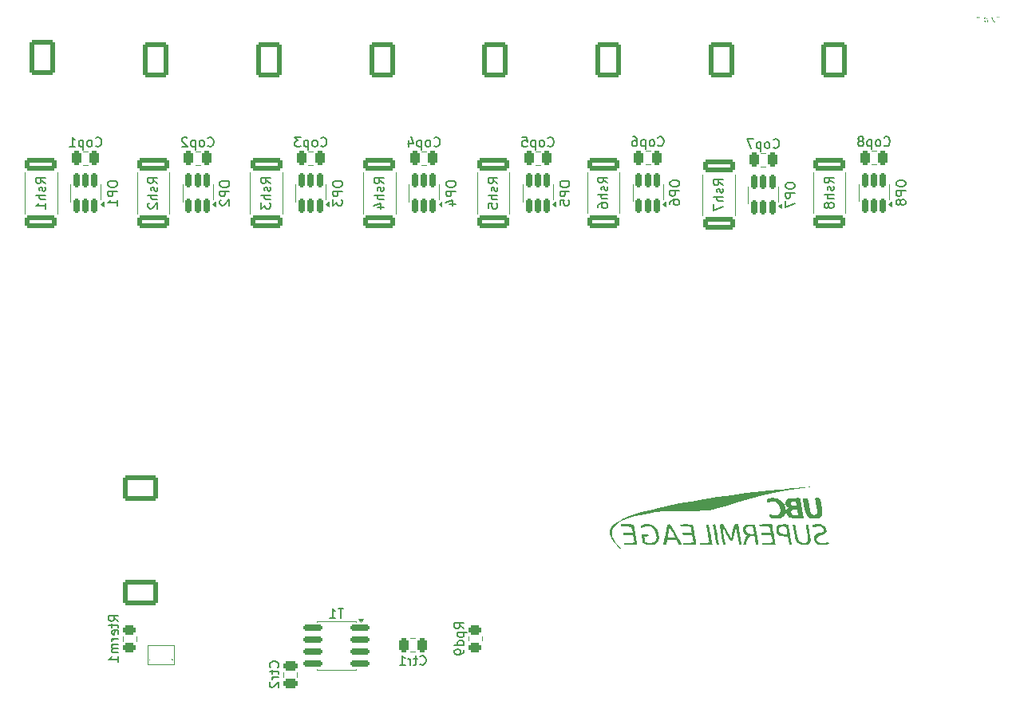
<source format=gbo>
G04 #@! TF.GenerationSoftware,KiCad,Pcbnew,9.0.5*
G04 #@! TF.CreationDate,2025-10-24T01:36:13-07:00*
G04 #@! TF.ProjectId,New CAN Accessories board,4e657720-4341-44e2-9041-63636573736f,rev?*
G04 #@! TF.SameCoordinates,Original*
G04 #@! TF.FileFunction,Legend,Bot*
G04 #@! TF.FilePolarity,Positive*
%FSLAX46Y46*%
G04 Gerber Fmt 4.6, Leading zero omitted, Abs format (unit mm)*
G04 Created by KiCad (PCBNEW 9.0.5) date 2025-10-24 01:36:13*
%MOMM*%
%LPD*%
G01*
G04 APERTURE LIST*
G04 Aperture macros list*
%AMRoundRect*
0 Rectangle with rounded corners*
0 $1 Rounding radius*
0 $2 $3 $4 $5 $6 $7 $8 $9 X,Y pos of 4 corners*
0 Add a 4 corners polygon primitive as box body*
4,1,4,$2,$3,$4,$5,$6,$7,$8,$9,$2,$3,0*
0 Add four circle primitives for the rounded corners*
1,1,$1+$1,$2,$3*
1,1,$1+$1,$4,$5*
1,1,$1+$1,$6,$7*
1,1,$1+$1,$8,$9*
0 Add four rect primitives between the rounded corners*
20,1,$1+$1,$2,$3,$4,$5,0*
20,1,$1+$1,$4,$5,$6,$7,0*
20,1,$1+$1,$6,$7,$8,$9,0*
20,1,$1+$1,$8,$9,$2,$3,0*%
G04 Aperture macros list end*
%ADD10C,0.100000*%
%ADD11C,0.150000*%
%ADD12C,0.120000*%
%ADD13C,0.000000*%
%ADD14C,3.000000*%
%ADD15RoundRect,0.250001X-1.099999X-1.599999X1.099999X-1.599999X1.099999X1.599999X-1.099999X1.599999X0*%
%ADD16O,2.700000X3.700000*%
%ADD17R,1.700000X1.700000*%
%ADD18C,1.700000*%
%ADD19C,1.530000*%
%ADD20R,1.530000X1.530000*%
%ADD21C,1.397000*%
%ADD22C,3.200000*%
%ADD23RoundRect,0.250001X1.599999X-1.099999X1.599999X1.099999X-1.599999X1.099999X-1.599999X-1.099999X0*%
%ADD24O,3.700000X2.700000*%
%ADD25C,3.300000*%
%ADD26C,2.550000*%
%ADD27RoundRect,0.150000X0.825000X0.150000X-0.825000X0.150000X-0.825000X-0.150000X0.825000X-0.150000X0*%
%ADD28RoundRect,0.162500X0.162500X-0.617500X0.162500X0.617500X-0.162500X0.617500X-0.162500X-0.617500X0*%
%ADD29RoundRect,0.249999X1.425001X-0.450001X1.425001X0.450001X-1.425001X0.450001X-1.425001X-0.450001X0*%
%ADD30RoundRect,0.250000X0.250000X0.475000X-0.250000X0.475000X-0.250000X-0.475000X0.250000X-0.475000X0*%
%ADD31RoundRect,0.250000X-0.475000X0.250000X-0.475000X-0.250000X0.475000X-0.250000X0.475000X0.250000X0*%
%ADD32RoundRect,0.250000X-0.250000X-0.475000X0.250000X-0.475000X0.250000X0.475000X-0.250000X0.475000X0*%
%ADD33R,1.000000X1.500000*%
%ADD34RoundRect,0.250000X-0.450000X0.262500X-0.450000X-0.262500X0.450000X-0.262500X0.450000X0.262500X0*%
G04 APERTURE END LIST*
D10*
G36*
X121100388Y-26045861D02*
G01*
X121125636Y-26097793D01*
X121176897Y-26123073D01*
X121182362Y-26113150D01*
X121135559Y-26089245D01*
X121122247Y-26036305D01*
X121132811Y-26025711D01*
X121157083Y-26025711D01*
X121185079Y-25997929D01*
X121185079Y-25969474D01*
X121157083Y-25941692D01*
X121128384Y-25941692D01*
X121100388Y-25969474D01*
X121100388Y-26045861D01*
G37*
G36*
X121271846Y-26046350D02*
G01*
X121297125Y-26098190D01*
X121348019Y-26123408D01*
X121353820Y-26113456D01*
X121307017Y-26089459D01*
X121293706Y-26036336D01*
X121303934Y-26025711D01*
X121328541Y-26025711D01*
X121356537Y-25997929D01*
X121356537Y-25969474D01*
X121328541Y-25941692D01*
X121299842Y-25941692D01*
X121271846Y-25969658D01*
X121271846Y-26046350D01*
G37*
G36*
X120538873Y-26050655D02*
G01*
X120562443Y-26050655D01*
X120595599Y-26060241D01*
X120617794Y-26083475D01*
X120704531Y-26365423D01*
X120754082Y-26488796D01*
X120804610Y-26539720D01*
X120854832Y-26565000D01*
X120907436Y-26565000D01*
X120959337Y-26539018D01*
X120984952Y-26487422D01*
X120984952Y-26434788D01*
X120956956Y-26406761D01*
X120928258Y-26406761D01*
X120900597Y-26434788D01*
X120900597Y-26463486D01*
X120928258Y-26491513D01*
X120954911Y-26491513D01*
X120974023Y-26464188D01*
X120974023Y-26484338D01*
X120950819Y-26530836D01*
X120904688Y-26553734D01*
X120859259Y-26553734D01*
X120813158Y-26506900D01*
X120788581Y-26459395D01*
X120676535Y-26076300D01*
X120684381Y-26060241D01*
X120711034Y-26050655D01*
X120734603Y-26050655D01*
X120734603Y-26039389D01*
X120538873Y-26039389D01*
X120538873Y-26050655D01*
G37*
G36*
X120406097Y-26537217D02*
G01*
X120434093Y-26565000D01*
X120462792Y-26565000D01*
X120490788Y-26537217D01*
X120490788Y-26508763D01*
X120462792Y-26480980D01*
X120434093Y-26480980D01*
X120406097Y-26508763D01*
X120406097Y-26537217D01*
G37*
G36*
X119758853Y-26010080D02*
G01*
X119789597Y-26193018D01*
X119800863Y-26192315D01*
X119800863Y-26144871D01*
X119824799Y-26098129D01*
X119847666Y-26074926D01*
X119894805Y-26051387D01*
X119965177Y-26051387D01*
X120012316Y-26074255D01*
X120059791Y-26146245D01*
X120084368Y-26194697D01*
X120107937Y-26267390D01*
X120132545Y-26370124D01*
X120132545Y-26484460D01*
X120109311Y-26530867D01*
X120063180Y-26553734D01*
X120017079Y-26553734D01*
X119970276Y-26530867D01*
X119922465Y-26458876D01*
X119911536Y-26424407D01*
X119917703Y-26406974D01*
X119943654Y-26393663D01*
X119966521Y-26393663D01*
X119966521Y-26382428D01*
X119770821Y-26382428D01*
X119770821Y-26393663D01*
X119794726Y-26393663D01*
X119828890Y-26404929D01*
X119863725Y-26440436D01*
X119888302Y-26489590D01*
X119939562Y-26539751D01*
X120015034Y-26565000D01*
X120065928Y-26565000D01*
X120066599Y-26564328D01*
X120140727Y-26539720D01*
X120167380Y-26513067D01*
X120192659Y-26437535D01*
X120192659Y-26362675D01*
X120168052Y-26263909D01*
X120143139Y-26189079D01*
X120093252Y-26114921D01*
X120043030Y-26064668D01*
X119968230Y-26039389D01*
X119891721Y-26039389D01*
X119840827Y-26064637D01*
X119817624Y-26088207D01*
X119798818Y-26088207D01*
X119758853Y-26010080D01*
G37*
G36*
X119589349Y-26537217D02*
G01*
X119617345Y-26565000D01*
X119646044Y-26565000D01*
X119674040Y-26537217D01*
X119674040Y-26508763D01*
X119646044Y-26480980D01*
X119617345Y-26480980D01*
X119589349Y-26508763D01*
X119589349Y-26537217D01*
G37*
G36*
X119046305Y-26045861D02*
G01*
X119071554Y-26097793D01*
X119122814Y-26123073D01*
X119128279Y-26113150D01*
X119081476Y-26089245D01*
X119068165Y-26036305D01*
X119078729Y-26025711D01*
X119103000Y-26025711D01*
X119130997Y-25997929D01*
X119130997Y-25969474D01*
X119103000Y-25941692D01*
X119074302Y-25941692D01*
X119046305Y-25969474D01*
X119046305Y-26045861D01*
G37*
G36*
X119217764Y-26046350D02*
G01*
X119243043Y-26098190D01*
X119293937Y-26123408D01*
X119299738Y-26113456D01*
X119252935Y-26089459D01*
X119239624Y-26036336D01*
X119249851Y-26025711D01*
X119274459Y-26025711D01*
X119302455Y-25997929D01*
X119302455Y-25969474D01*
X119274459Y-25941692D01*
X119245760Y-25941692D01*
X119217764Y-25969658D01*
X119217764Y-26046350D01*
G37*
D11*
X51815904Y-88744318D02*
X51244476Y-88744318D01*
X51530190Y-89744318D02*
X51530190Y-88744318D01*
X50387333Y-89744318D02*
X50958761Y-89744318D01*
X50673047Y-89744318D02*
X50673047Y-88744318D01*
X50673047Y-88744318D02*
X50768285Y-88887175D01*
X50768285Y-88887175D02*
X50863523Y-88982413D01*
X50863523Y-88982413D02*
X50958761Y-89030032D01*
X50707819Y-43578571D02*
X50707819Y-43769047D01*
X50707819Y-43769047D02*
X50755438Y-43864285D01*
X50755438Y-43864285D02*
X50850676Y-43959523D01*
X50850676Y-43959523D02*
X51041152Y-44007142D01*
X51041152Y-44007142D02*
X51374485Y-44007142D01*
X51374485Y-44007142D02*
X51564961Y-43959523D01*
X51564961Y-43959523D02*
X51660200Y-43864285D01*
X51660200Y-43864285D02*
X51707819Y-43769047D01*
X51707819Y-43769047D02*
X51707819Y-43578571D01*
X51707819Y-43578571D02*
X51660200Y-43483333D01*
X51660200Y-43483333D02*
X51564961Y-43388095D01*
X51564961Y-43388095D02*
X51374485Y-43340476D01*
X51374485Y-43340476D02*
X51041152Y-43340476D01*
X51041152Y-43340476D02*
X50850676Y-43388095D01*
X50850676Y-43388095D02*
X50755438Y-43483333D01*
X50755438Y-43483333D02*
X50707819Y-43578571D01*
X51707819Y-44435714D02*
X50707819Y-44435714D01*
X50707819Y-44435714D02*
X50707819Y-44816666D01*
X50707819Y-44816666D02*
X50755438Y-44911904D01*
X50755438Y-44911904D02*
X50803057Y-44959523D01*
X50803057Y-44959523D02*
X50898295Y-45007142D01*
X50898295Y-45007142D02*
X51041152Y-45007142D01*
X51041152Y-45007142D02*
X51136390Y-44959523D01*
X51136390Y-44959523D02*
X51184009Y-44911904D01*
X51184009Y-44911904D02*
X51231628Y-44816666D01*
X51231628Y-44816666D02*
X51231628Y-44435714D01*
X50707819Y-45340476D02*
X50707819Y-45959523D01*
X50707819Y-45959523D02*
X51088771Y-45626190D01*
X51088771Y-45626190D02*
X51088771Y-45769047D01*
X51088771Y-45769047D02*
X51136390Y-45864285D01*
X51136390Y-45864285D02*
X51184009Y-45911904D01*
X51184009Y-45911904D02*
X51279247Y-45959523D01*
X51279247Y-45959523D02*
X51517342Y-45959523D01*
X51517342Y-45959523D02*
X51612580Y-45911904D01*
X51612580Y-45911904D02*
X51660200Y-45864285D01*
X51660200Y-45864285D02*
X51707819Y-45769047D01*
X51707819Y-45769047D02*
X51707819Y-45483333D01*
X51707819Y-45483333D02*
X51660200Y-45388095D01*
X51660200Y-45388095D02*
X51612580Y-45340476D01*
X20194819Y-43626190D02*
X19718628Y-43292857D01*
X20194819Y-43054762D02*
X19194819Y-43054762D01*
X19194819Y-43054762D02*
X19194819Y-43435714D01*
X19194819Y-43435714D02*
X19242438Y-43530952D01*
X19242438Y-43530952D02*
X19290057Y-43578571D01*
X19290057Y-43578571D02*
X19385295Y-43626190D01*
X19385295Y-43626190D02*
X19528152Y-43626190D01*
X19528152Y-43626190D02*
X19623390Y-43578571D01*
X19623390Y-43578571D02*
X19671009Y-43530952D01*
X19671009Y-43530952D02*
X19718628Y-43435714D01*
X19718628Y-43435714D02*
X19718628Y-43054762D01*
X20147200Y-44007143D02*
X20194819Y-44102381D01*
X20194819Y-44102381D02*
X20194819Y-44292857D01*
X20194819Y-44292857D02*
X20147200Y-44388095D01*
X20147200Y-44388095D02*
X20051961Y-44435714D01*
X20051961Y-44435714D02*
X20004342Y-44435714D01*
X20004342Y-44435714D02*
X19909104Y-44388095D01*
X19909104Y-44388095D02*
X19861485Y-44292857D01*
X19861485Y-44292857D02*
X19861485Y-44150000D01*
X19861485Y-44150000D02*
X19813866Y-44054762D01*
X19813866Y-44054762D02*
X19718628Y-44007143D01*
X19718628Y-44007143D02*
X19671009Y-44007143D01*
X19671009Y-44007143D02*
X19575771Y-44054762D01*
X19575771Y-44054762D02*
X19528152Y-44150000D01*
X19528152Y-44150000D02*
X19528152Y-44292857D01*
X19528152Y-44292857D02*
X19575771Y-44388095D01*
X20194819Y-44864286D02*
X19194819Y-44864286D01*
X20194819Y-45292857D02*
X19671009Y-45292857D01*
X19671009Y-45292857D02*
X19575771Y-45245238D01*
X19575771Y-45245238D02*
X19528152Y-45150000D01*
X19528152Y-45150000D02*
X19528152Y-45007143D01*
X19528152Y-45007143D02*
X19575771Y-44911905D01*
X19575771Y-44911905D02*
X19623390Y-44864286D01*
X20194819Y-46292857D02*
X20194819Y-45721429D01*
X20194819Y-46007143D02*
X19194819Y-46007143D01*
X19194819Y-46007143D02*
X19337676Y-45911905D01*
X19337676Y-45911905D02*
X19432914Y-45816667D01*
X19432914Y-45816667D02*
X19480533Y-45721429D01*
X61424428Y-39619580D02*
X61472047Y-39667200D01*
X61472047Y-39667200D02*
X61614904Y-39714819D01*
X61614904Y-39714819D02*
X61710142Y-39714819D01*
X61710142Y-39714819D02*
X61852999Y-39667200D01*
X61852999Y-39667200D02*
X61948237Y-39571961D01*
X61948237Y-39571961D02*
X61995856Y-39476723D01*
X61995856Y-39476723D02*
X62043475Y-39286247D01*
X62043475Y-39286247D02*
X62043475Y-39143390D01*
X62043475Y-39143390D02*
X61995856Y-38952914D01*
X61995856Y-38952914D02*
X61948237Y-38857676D01*
X61948237Y-38857676D02*
X61852999Y-38762438D01*
X61852999Y-38762438D02*
X61710142Y-38714819D01*
X61710142Y-38714819D02*
X61614904Y-38714819D01*
X61614904Y-38714819D02*
X61472047Y-38762438D01*
X61472047Y-38762438D02*
X61424428Y-38810057D01*
X60852999Y-39714819D02*
X60948237Y-39667200D01*
X60948237Y-39667200D02*
X60995856Y-39619580D01*
X60995856Y-39619580D02*
X61043475Y-39524342D01*
X61043475Y-39524342D02*
X61043475Y-39238628D01*
X61043475Y-39238628D02*
X60995856Y-39143390D01*
X60995856Y-39143390D02*
X60948237Y-39095771D01*
X60948237Y-39095771D02*
X60852999Y-39048152D01*
X60852999Y-39048152D02*
X60710142Y-39048152D01*
X60710142Y-39048152D02*
X60614904Y-39095771D01*
X60614904Y-39095771D02*
X60567285Y-39143390D01*
X60567285Y-39143390D02*
X60519666Y-39238628D01*
X60519666Y-39238628D02*
X60519666Y-39524342D01*
X60519666Y-39524342D02*
X60567285Y-39619580D01*
X60567285Y-39619580D02*
X60614904Y-39667200D01*
X60614904Y-39667200D02*
X60710142Y-39714819D01*
X60710142Y-39714819D02*
X60852999Y-39714819D01*
X60091094Y-39048152D02*
X60091094Y-40048152D01*
X60091094Y-39095771D02*
X59995856Y-39048152D01*
X59995856Y-39048152D02*
X59805380Y-39048152D01*
X59805380Y-39048152D02*
X59710142Y-39095771D01*
X59710142Y-39095771D02*
X59662523Y-39143390D01*
X59662523Y-39143390D02*
X59614904Y-39238628D01*
X59614904Y-39238628D02*
X59614904Y-39524342D01*
X59614904Y-39524342D02*
X59662523Y-39619580D01*
X59662523Y-39619580D02*
X59710142Y-39667200D01*
X59710142Y-39667200D02*
X59805380Y-39714819D01*
X59805380Y-39714819D02*
X59995856Y-39714819D01*
X59995856Y-39714819D02*
X60091094Y-39667200D01*
X58757761Y-39048152D02*
X58757761Y-39714819D01*
X58995856Y-38667200D02*
X59233951Y-39381485D01*
X59233951Y-39381485D02*
X58614904Y-39381485D01*
X44863580Y-94996094D02*
X44911200Y-94948475D01*
X44911200Y-94948475D02*
X44958819Y-94805618D01*
X44958819Y-94805618D02*
X44958819Y-94710380D01*
X44958819Y-94710380D02*
X44911200Y-94567523D01*
X44911200Y-94567523D02*
X44815961Y-94472285D01*
X44815961Y-94472285D02*
X44720723Y-94424666D01*
X44720723Y-94424666D02*
X44530247Y-94377047D01*
X44530247Y-94377047D02*
X44387390Y-94377047D01*
X44387390Y-94377047D02*
X44196914Y-94424666D01*
X44196914Y-94424666D02*
X44101676Y-94472285D01*
X44101676Y-94472285D02*
X44006438Y-94567523D01*
X44006438Y-94567523D02*
X43958819Y-94710380D01*
X43958819Y-94710380D02*
X43958819Y-94805618D01*
X43958819Y-94805618D02*
X44006438Y-94948475D01*
X44006438Y-94948475D02*
X44054057Y-94996094D01*
X44292152Y-95281809D02*
X44292152Y-95662761D01*
X43958819Y-95424666D02*
X44815961Y-95424666D01*
X44815961Y-95424666D02*
X44911200Y-95472285D01*
X44911200Y-95472285D02*
X44958819Y-95567523D01*
X44958819Y-95567523D02*
X44958819Y-95662761D01*
X44958819Y-95996095D02*
X44292152Y-95996095D01*
X44482628Y-95996095D02*
X44387390Y-96043714D01*
X44387390Y-96043714D02*
X44339771Y-96091333D01*
X44339771Y-96091333D02*
X44292152Y-96186571D01*
X44292152Y-96186571D02*
X44292152Y-96281809D01*
X44054057Y-96567524D02*
X44006438Y-96615143D01*
X44006438Y-96615143D02*
X43958819Y-96710381D01*
X43958819Y-96710381D02*
X43958819Y-96948476D01*
X43958819Y-96948476D02*
X44006438Y-97043714D01*
X44006438Y-97043714D02*
X44054057Y-97091333D01*
X44054057Y-97091333D02*
X44149295Y-97138952D01*
X44149295Y-97138952D02*
X44244533Y-97138952D01*
X44244533Y-97138952D02*
X44387390Y-97091333D01*
X44387390Y-97091333D02*
X44958819Y-96519905D01*
X44958819Y-96519905D02*
X44958819Y-97138952D01*
X62707819Y-43578571D02*
X62707819Y-43769047D01*
X62707819Y-43769047D02*
X62755438Y-43864285D01*
X62755438Y-43864285D02*
X62850676Y-43959523D01*
X62850676Y-43959523D02*
X63041152Y-44007142D01*
X63041152Y-44007142D02*
X63374485Y-44007142D01*
X63374485Y-44007142D02*
X63564961Y-43959523D01*
X63564961Y-43959523D02*
X63660200Y-43864285D01*
X63660200Y-43864285D02*
X63707819Y-43769047D01*
X63707819Y-43769047D02*
X63707819Y-43578571D01*
X63707819Y-43578571D02*
X63660200Y-43483333D01*
X63660200Y-43483333D02*
X63564961Y-43388095D01*
X63564961Y-43388095D02*
X63374485Y-43340476D01*
X63374485Y-43340476D02*
X63041152Y-43340476D01*
X63041152Y-43340476D02*
X62850676Y-43388095D01*
X62850676Y-43388095D02*
X62755438Y-43483333D01*
X62755438Y-43483333D02*
X62707819Y-43578571D01*
X63707819Y-44435714D02*
X62707819Y-44435714D01*
X62707819Y-44435714D02*
X62707819Y-44816666D01*
X62707819Y-44816666D02*
X62755438Y-44911904D01*
X62755438Y-44911904D02*
X62803057Y-44959523D01*
X62803057Y-44959523D02*
X62898295Y-45007142D01*
X62898295Y-45007142D02*
X63041152Y-45007142D01*
X63041152Y-45007142D02*
X63136390Y-44959523D01*
X63136390Y-44959523D02*
X63184009Y-44911904D01*
X63184009Y-44911904D02*
X63231628Y-44816666D01*
X63231628Y-44816666D02*
X63231628Y-44435714D01*
X63041152Y-45864285D02*
X63707819Y-45864285D01*
X62660200Y-45626190D02*
X63374485Y-45388095D01*
X63374485Y-45388095D02*
X63374485Y-46007142D01*
X56084819Y-43626190D02*
X55608628Y-43292857D01*
X56084819Y-43054762D02*
X55084819Y-43054762D01*
X55084819Y-43054762D02*
X55084819Y-43435714D01*
X55084819Y-43435714D02*
X55132438Y-43530952D01*
X55132438Y-43530952D02*
X55180057Y-43578571D01*
X55180057Y-43578571D02*
X55275295Y-43626190D01*
X55275295Y-43626190D02*
X55418152Y-43626190D01*
X55418152Y-43626190D02*
X55513390Y-43578571D01*
X55513390Y-43578571D02*
X55561009Y-43530952D01*
X55561009Y-43530952D02*
X55608628Y-43435714D01*
X55608628Y-43435714D02*
X55608628Y-43054762D01*
X56037200Y-44007143D02*
X56084819Y-44102381D01*
X56084819Y-44102381D02*
X56084819Y-44292857D01*
X56084819Y-44292857D02*
X56037200Y-44388095D01*
X56037200Y-44388095D02*
X55941961Y-44435714D01*
X55941961Y-44435714D02*
X55894342Y-44435714D01*
X55894342Y-44435714D02*
X55799104Y-44388095D01*
X55799104Y-44388095D02*
X55751485Y-44292857D01*
X55751485Y-44292857D02*
X55751485Y-44150000D01*
X55751485Y-44150000D02*
X55703866Y-44054762D01*
X55703866Y-44054762D02*
X55608628Y-44007143D01*
X55608628Y-44007143D02*
X55561009Y-44007143D01*
X55561009Y-44007143D02*
X55465771Y-44054762D01*
X55465771Y-44054762D02*
X55418152Y-44150000D01*
X55418152Y-44150000D02*
X55418152Y-44292857D01*
X55418152Y-44292857D02*
X55465771Y-44388095D01*
X56084819Y-44864286D02*
X55084819Y-44864286D01*
X56084819Y-45292857D02*
X55561009Y-45292857D01*
X55561009Y-45292857D02*
X55465771Y-45245238D01*
X55465771Y-45245238D02*
X55418152Y-45150000D01*
X55418152Y-45150000D02*
X55418152Y-45007143D01*
X55418152Y-45007143D02*
X55465771Y-44911905D01*
X55465771Y-44911905D02*
X55513390Y-44864286D01*
X55418152Y-46197619D02*
X56084819Y-46197619D01*
X55037200Y-45959524D02*
X55751485Y-45721429D01*
X55751485Y-45721429D02*
X55751485Y-46340476D01*
X25534428Y-39619580D02*
X25582047Y-39667200D01*
X25582047Y-39667200D02*
X25724904Y-39714819D01*
X25724904Y-39714819D02*
X25820142Y-39714819D01*
X25820142Y-39714819D02*
X25962999Y-39667200D01*
X25962999Y-39667200D02*
X26058237Y-39571961D01*
X26058237Y-39571961D02*
X26105856Y-39476723D01*
X26105856Y-39476723D02*
X26153475Y-39286247D01*
X26153475Y-39286247D02*
X26153475Y-39143390D01*
X26153475Y-39143390D02*
X26105856Y-38952914D01*
X26105856Y-38952914D02*
X26058237Y-38857676D01*
X26058237Y-38857676D02*
X25962999Y-38762438D01*
X25962999Y-38762438D02*
X25820142Y-38714819D01*
X25820142Y-38714819D02*
X25724904Y-38714819D01*
X25724904Y-38714819D02*
X25582047Y-38762438D01*
X25582047Y-38762438D02*
X25534428Y-38810057D01*
X24962999Y-39714819D02*
X25058237Y-39667200D01*
X25058237Y-39667200D02*
X25105856Y-39619580D01*
X25105856Y-39619580D02*
X25153475Y-39524342D01*
X25153475Y-39524342D02*
X25153475Y-39238628D01*
X25153475Y-39238628D02*
X25105856Y-39143390D01*
X25105856Y-39143390D02*
X25058237Y-39095771D01*
X25058237Y-39095771D02*
X24962999Y-39048152D01*
X24962999Y-39048152D02*
X24820142Y-39048152D01*
X24820142Y-39048152D02*
X24724904Y-39095771D01*
X24724904Y-39095771D02*
X24677285Y-39143390D01*
X24677285Y-39143390D02*
X24629666Y-39238628D01*
X24629666Y-39238628D02*
X24629666Y-39524342D01*
X24629666Y-39524342D02*
X24677285Y-39619580D01*
X24677285Y-39619580D02*
X24724904Y-39667200D01*
X24724904Y-39667200D02*
X24820142Y-39714819D01*
X24820142Y-39714819D02*
X24962999Y-39714819D01*
X24201094Y-39048152D02*
X24201094Y-40048152D01*
X24201094Y-39095771D02*
X24105856Y-39048152D01*
X24105856Y-39048152D02*
X23915380Y-39048152D01*
X23915380Y-39048152D02*
X23820142Y-39095771D01*
X23820142Y-39095771D02*
X23772523Y-39143390D01*
X23772523Y-39143390D02*
X23724904Y-39238628D01*
X23724904Y-39238628D02*
X23724904Y-39524342D01*
X23724904Y-39524342D02*
X23772523Y-39619580D01*
X23772523Y-39619580D02*
X23820142Y-39667200D01*
X23820142Y-39667200D02*
X23915380Y-39714819D01*
X23915380Y-39714819D02*
X24105856Y-39714819D01*
X24105856Y-39714819D02*
X24201094Y-39667200D01*
X22772523Y-39714819D02*
X23343951Y-39714819D01*
X23058237Y-39714819D02*
X23058237Y-38714819D01*
X23058237Y-38714819D02*
X23153475Y-38857676D01*
X23153475Y-38857676D02*
X23248713Y-38952914D01*
X23248713Y-38952914D02*
X23343951Y-39000533D01*
X85170428Y-39576580D02*
X85218047Y-39624200D01*
X85218047Y-39624200D02*
X85360904Y-39671819D01*
X85360904Y-39671819D02*
X85456142Y-39671819D01*
X85456142Y-39671819D02*
X85598999Y-39624200D01*
X85598999Y-39624200D02*
X85694237Y-39528961D01*
X85694237Y-39528961D02*
X85741856Y-39433723D01*
X85741856Y-39433723D02*
X85789475Y-39243247D01*
X85789475Y-39243247D02*
X85789475Y-39100390D01*
X85789475Y-39100390D02*
X85741856Y-38909914D01*
X85741856Y-38909914D02*
X85694237Y-38814676D01*
X85694237Y-38814676D02*
X85598999Y-38719438D01*
X85598999Y-38719438D02*
X85456142Y-38671819D01*
X85456142Y-38671819D02*
X85360904Y-38671819D01*
X85360904Y-38671819D02*
X85218047Y-38719438D01*
X85218047Y-38719438D02*
X85170428Y-38767057D01*
X84598999Y-39671819D02*
X84694237Y-39624200D01*
X84694237Y-39624200D02*
X84741856Y-39576580D01*
X84741856Y-39576580D02*
X84789475Y-39481342D01*
X84789475Y-39481342D02*
X84789475Y-39195628D01*
X84789475Y-39195628D02*
X84741856Y-39100390D01*
X84741856Y-39100390D02*
X84694237Y-39052771D01*
X84694237Y-39052771D02*
X84598999Y-39005152D01*
X84598999Y-39005152D02*
X84456142Y-39005152D01*
X84456142Y-39005152D02*
X84360904Y-39052771D01*
X84360904Y-39052771D02*
X84313285Y-39100390D01*
X84313285Y-39100390D02*
X84265666Y-39195628D01*
X84265666Y-39195628D02*
X84265666Y-39481342D01*
X84265666Y-39481342D02*
X84313285Y-39576580D01*
X84313285Y-39576580D02*
X84360904Y-39624200D01*
X84360904Y-39624200D02*
X84456142Y-39671819D01*
X84456142Y-39671819D02*
X84598999Y-39671819D01*
X83837094Y-39005152D02*
X83837094Y-40005152D01*
X83837094Y-39052771D02*
X83741856Y-39005152D01*
X83741856Y-39005152D02*
X83551380Y-39005152D01*
X83551380Y-39005152D02*
X83456142Y-39052771D01*
X83456142Y-39052771D02*
X83408523Y-39100390D01*
X83408523Y-39100390D02*
X83360904Y-39195628D01*
X83360904Y-39195628D02*
X83360904Y-39481342D01*
X83360904Y-39481342D02*
X83408523Y-39576580D01*
X83408523Y-39576580D02*
X83456142Y-39624200D01*
X83456142Y-39624200D02*
X83551380Y-39671819D01*
X83551380Y-39671819D02*
X83741856Y-39671819D01*
X83741856Y-39671819D02*
X83837094Y-39624200D01*
X82503761Y-38671819D02*
X82694237Y-38671819D01*
X82694237Y-38671819D02*
X82789475Y-38719438D01*
X82789475Y-38719438D02*
X82837094Y-38767057D01*
X82837094Y-38767057D02*
X82932332Y-38909914D01*
X82932332Y-38909914D02*
X82979951Y-39100390D01*
X82979951Y-39100390D02*
X82979951Y-39481342D01*
X82979951Y-39481342D02*
X82932332Y-39576580D01*
X82932332Y-39576580D02*
X82884713Y-39624200D01*
X82884713Y-39624200D02*
X82789475Y-39671819D01*
X82789475Y-39671819D02*
X82598999Y-39671819D01*
X82598999Y-39671819D02*
X82503761Y-39624200D01*
X82503761Y-39624200D02*
X82456142Y-39576580D01*
X82456142Y-39576580D02*
X82408523Y-39481342D01*
X82408523Y-39481342D02*
X82408523Y-39243247D01*
X82408523Y-39243247D02*
X82456142Y-39148009D01*
X82456142Y-39148009D02*
X82503761Y-39100390D01*
X82503761Y-39100390D02*
X82598999Y-39052771D01*
X82598999Y-39052771D02*
X82789475Y-39052771D01*
X82789475Y-39052771D02*
X82884713Y-39100390D01*
X82884713Y-39100390D02*
X82932332Y-39148009D01*
X82932332Y-39148009D02*
X82979951Y-39243247D01*
X79830819Y-43583190D02*
X79354628Y-43249857D01*
X79830819Y-43011762D02*
X78830819Y-43011762D01*
X78830819Y-43011762D02*
X78830819Y-43392714D01*
X78830819Y-43392714D02*
X78878438Y-43487952D01*
X78878438Y-43487952D02*
X78926057Y-43535571D01*
X78926057Y-43535571D02*
X79021295Y-43583190D01*
X79021295Y-43583190D02*
X79164152Y-43583190D01*
X79164152Y-43583190D02*
X79259390Y-43535571D01*
X79259390Y-43535571D02*
X79307009Y-43487952D01*
X79307009Y-43487952D02*
X79354628Y-43392714D01*
X79354628Y-43392714D02*
X79354628Y-43011762D01*
X79783200Y-43964143D02*
X79830819Y-44059381D01*
X79830819Y-44059381D02*
X79830819Y-44249857D01*
X79830819Y-44249857D02*
X79783200Y-44345095D01*
X79783200Y-44345095D02*
X79687961Y-44392714D01*
X79687961Y-44392714D02*
X79640342Y-44392714D01*
X79640342Y-44392714D02*
X79545104Y-44345095D01*
X79545104Y-44345095D02*
X79497485Y-44249857D01*
X79497485Y-44249857D02*
X79497485Y-44107000D01*
X79497485Y-44107000D02*
X79449866Y-44011762D01*
X79449866Y-44011762D02*
X79354628Y-43964143D01*
X79354628Y-43964143D02*
X79307009Y-43964143D01*
X79307009Y-43964143D02*
X79211771Y-44011762D01*
X79211771Y-44011762D02*
X79164152Y-44107000D01*
X79164152Y-44107000D02*
X79164152Y-44249857D01*
X79164152Y-44249857D02*
X79211771Y-44345095D01*
X79830819Y-44821286D02*
X78830819Y-44821286D01*
X79830819Y-45249857D02*
X79307009Y-45249857D01*
X79307009Y-45249857D02*
X79211771Y-45202238D01*
X79211771Y-45202238D02*
X79164152Y-45107000D01*
X79164152Y-45107000D02*
X79164152Y-44964143D01*
X79164152Y-44964143D02*
X79211771Y-44868905D01*
X79211771Y-44868905D02*
X79259390Y-44821286D01*
X78830819Y-46154619D02*
X78830819Y-45964143D01*
X78830819Y-45964143D02*
X78878438Y-45868905D01*
X78878438Y-45868905D02*
X78926057Y-45821286D01*
X78926057Y-45821286D02*
X79068914Y-45726048D01*
X79068914Y-45726048D02*
X79259390Y-45678429D01*
X79259390Y-45678429D02*
X79640342Y-45678429D01*
X79640342Y-45678429D02*
X79735580Y-45726048D01*
X79735580Y-45726048D02*
X79783200Y-45773667D01*
X79783200Y-45773667D02*
X79830819Y-45868905D01*
X79830819Y-45868905D02*
X79830819Y-46059381D01*
X79830819Y-46059381D02*
X79783200Y-46154619D01*
X79783200Y-46154619D02*
X79735580Y-46202238D01*
X79735580Y-46202238D02*
X79640342Y-46249857D01*
X79640342Y-46249857D02*
X79402247Y-46249857D01*
X79402247Y-46249857D02*
X79307009Y-46202238D01*
X79307009Y-46202238D02*
X79259390Y-46154619D01*
X79259390Y-46154619D02*
X79211771Y-46059381D01*
X79211771Y-46059381D02*
X79211771Y-45868905D01*
X79211771Y-45868905D02*
X79259390Y-45773667D01*
X79259390Y-45773667D02*
X79307009Y-45726048D01*
X79307009Y-45726048D02*
X79402247Y-45678429D01*
X110453819Y-43535571D02*
X110453819Y-43726047D01*
X110453819Y-43726047D02*
X110501438Y-43821285D01*
X110501438Y-43821285D02*
X110596676Y-43916523D01*
X110596676Y-43916523D02*
X110787152Y-43964142D01*
X110787152Y-43964142D02*
X111120485Y-43964142D01*
X111120485Y-43964142D02*
X111310961Y-43916523D01*
X111310961Y-43916523D02*
X111406200Y-43821285D01*
X111406200Y-43821285D02*
X111453819Y-43726047D01*
X111453819Y-43726047D02*
X111453819Y-43535571D01*
X111453819Y-43535571D02*
X111406200Y-43440333D01*
X111406200Y-43440333D02*
X111310961Y-43345095D01*
X111310961Y-43345095D02*
X111120485Y-43297476D01*
X111120485Y-43297476D02*
X110787152Y-43297476D01*
X110787152Y-43297476D02*
X110596676Y-43345095D01*
X110596676Y-43345095D02*
X110501438Y-43440333D01*
X110501438Y-43440333D02*
X110453819Y-43535571D01*
X111453819Y-44392714D02*
X110453819Y-44392714D01*
X110453819Y-44392714D02*
X110453819Y-44773666D01*
X110453819Y-44773666D02*
X110501438Y-44868904D01*
X110501438Y-44868904D02*
X110549057Y-44916523D01*
X110549057Y-44916523D02*
X110644295Y-44964142D01*
X110644295Y-44964142D02*
X110787152Y-44964142D01*
X110787152Y-44964142D02*
X110882390Y-44916523D01*
X110882390Y-44916523D02*
X110930009Y-44868904D01*
X110930009Y-44868904D02*
X110977628Y-44773666D01*
X110977628Y-44773666D02*
X110977628Y-44392714D01*
X110882390Y-45535571D02*
X110834771Y-45440333D01*
X110834771Y-45440333D02*
X110787152Y-45392714D01*
X110787152Y-45392714D02*
X110691914Y-45345095D01*
X110691914Y-45345095D02*
X110644295Y-45345095D01*
X110644295Y-45345095D02*
X110549057Y-45392714D01*
X110549057Y-45392714D02*
X110501438Y-45440333D01*
X110501438Y-45440333D02*
X110453819Y-45535571D01*
X110453819Y-45535571D02*
X110453819Y-45726047D01*
X110453819Y-45726047D02*
X110501438Y-45821285D01*
X110501438Y-45821285D02*
X110549057Y-45868904D01*
X110549057Y-45868904D02*
X110644295Y-45916523D01*
X110644295Y-45916523D02*
X110691914Y-45916523D01*
X110691914Y-45916523D02*
X110787152Y-45868904D01*
X110787152Y-45868904D02*
X110834771Y-45821285D01*
X110834771Y-45821285D02*
X110882390Y-45726047D01*
X110882390Y-45726047D02*
X110882390Y-45535571D01*
X110882390Y-45535571D02*
X110930009Y-45440333D01*
X110930009Y-45440333D02*
X110977628Y-45392714D01*
X110977628Y-45392714D02*
X111072866Y-45345095D01*
X111072866Y-45345095D02*
X111263342Y-45345095D01*
X111263342Y-45345095D02*
X111358580Y-45392714D01*
X111358580Y-45392714D02*
X111406200Y-45440333D01*
X111406200Y-45440333D02*
X111453819Y-45535571D01*
X111453819Y-45535571D02*
X111453819Y-45726047D01*
X111453819Y-45726047D02*
X111406200Y-45821285D01*
X111406200Y-45821285D02*
X111358580Y-45868904D01*
X111358580Y-45868904D02*
X111263342Y-45916523D01*
X111263342Y-45916523D02*
X111072866Y-45916523D01*
X111072866Y-45916523D02*
X110977628Y-45868904D01*
X110977628Y-45868904D02*
X110930009Y-45821285D01*
X110930009Y-45821285D02*
X110882390Y-45726047D01*
X98707819Y-43763571D02*
X98707819Y-43954047D01*
X98707819Y-43954047D02*
X98755438Y-44049285D01*
X98755438Y-44049285D02*
X98850676Y-44144523D01*
X98850676Y-44144523D02*
X99041152Y-44192142D01*
X99041152Y-44192142D02*
X99374485Y-44192142D01*
X99374485Y-44192142D02*
X99564961Y-44144523D01*
X99564961Y-44144523D02*
X99660200Y-44049285D01*
X99660200Y-44049285D02*
X99707819Y-43954047D01*
X99707819Y-43954047D02*
X99707819Y-43763571D01*
X99707819Y-43763571D02*
X99660200Y-43668333D01*
X99660200Y-43668333D02*
X99564961Y-43573095D01*
X99564961Y-43573095D02*
X99374485Y-43525476D01*
X99374485Y-43525476D02*
X99041152Y-43525476D01*
X99041152Y-43525476D02*
X98850676Y-43573095D01*
X98850676Y-43573095D02*
X98755438Y-43668333D01*
X98755438Y-43668333D02*
X98707819Y-43763571D01*
X99707819Y-44620714D02*
X98707819Y-44620714D01*
X98707819Y-44620714D02*
X98707819Y-45001666D01*
X98707819Y-45001666D02*
X98755438Y-45096904D01*
X98755438Y-45096904D02*
X98803057Y-45144523D01*
X98803057Y-45144523D02*
X98898295Y-45192142D01*
X98898295Y-45192142D02*
X99041152Y-45192142D01*
X99041152Y-45192142D02*
X99136390Y-45144523D01*
X99136390Y-45144523D02*
X99184009Y-45096904D01*
X99184009Y-45096904D02*
X99231628Y-45001666D01*
X99231628Y-45001666D02*
X99231628Y-44620714D01*
X98707819Y-45525476D02*
X98707819Y-46192142D01*
X98707819Y-46192142D02*
X99707819Y-45763571D01*
X49424428Y-39619580D02*
X49472047Y-39667200D01*
X49472047Y-39667200D02*
X49614904Y-39714819D01*
X49614904Y-39714819D02*
X49710142Y-39714819D01*
X49710142Y-39714819D02*
X49852999Y-39667200D01*
X49852999Y-39667200D02*
X49948237Y-39571961D01*
X49948237Y-39571961D02*
X49995856Y-39476723D01*
X49995856Y-39476723D02*
X50043475Y-39286247D01*
X50043475Y-39286247D02*
X50043475Y-39143390D01*
X50043475Y-39143390D02*
X49995856Y-38952914D01*
X49995856Y-38952914D02*
X49948237Y-38857676D01*
X49948237Y-38857676D02*
X49852999Y-38762438D01*
X49852999Y-38762438D02*
X49710142Y-38714819D01*
X49710142Y-38714819D02*
X49614904Y-38714819D01*
X49614904Y-38714819D02*
X49472047Y-38762438D01*
X49472047Y-38762438D02*
X49424428Y-38810057D01*
X48852999Y-39714819D02*
X48948237Y-39667200D01*
X48948237Y-39667200D02*
X48995856Y-39619580D01*
X48995856Y-39619580D02*
X49043475Y-39524342D01*
X49043475Y-39524342D02*
X49043475Y-39238628D01*
X49043475Y-39238628D02*
X48995856Y-39143390D01*
X48995856Y-39143390D02*
X48948237Y-39095771D01*
X48948237Y-39095771D02*
X48852999Y-39048152D01*
X48852999Y-39048152D02*
X48710142Y-39048152D01*
X48710142Y-39048152D02*
X48614904Y-39095771D01*
X48614904Y-39095771D02*
X48567285Y-39143390D01*
X48567285Y-39143390D02*
X48519666Y-39238628D01*
X48519666Y-39238628D02*
X48519666Y-39524342D01*
X48519666Y-39524342D02*
X48567285Y-39619580D01*
X48567285Y-39619580D02*
X48614904Y-39667200D01*
X48614904Y-39667200D02*
X48710142Y-39714819D01*
X48710142Y-39714819D02*
X48852999Y-39714819D01*
X48091094Y-39048152D02*
X48091094Y-40048152D01*
X48091094Y-39095771D02*
X47995856Y-39048152D01*
X47995856Y-39048152D02*
X47805380Y-39048152D01*
X47805380Y-39048152D02*
X47710142Y-39095771D01*
X47710142Y-39095771D02*
X47662523Y-39143390D01*
X47662523Y-39143390D02*
X47614904Y-39238628D01*
X47614904Y-39238628D02*
X47614904Y-39524342D01*
X47614904Y-39524342D02*
X47662523Y-39619580D01*
X47662523Y-39619580D02*
X47710142Y-39667200D01*
X47710142Y-39667200D02*
X47805380Y-39714819D01*
X47805380Y-39714819D02*
X47995856Y-39714819D01*
X47995856Y-39714819D02*
X48091094Y-39667200D01*
X47281570Y-38714819D02*
X46662523Y-38714819D01*
X46662523Y-38714819D02*
X46995856Y-39095771D01*
X46995856Y-39095771D02*
X46852999Y-39095771D01*
X46852999Y-39095771D02*
X46757761Y-39143390D01*
X46757761Y-39143390D02*
X46710142Y-39191009D01*
X46710142Y-39191009D02*
X46662523Y-39286247D01*
X46662523Y-39286247D02*
X46662523Y-39524342D01*
X46662523Y-39524342D02*
X46710142Y-39619580D01*
X46710142Y-39619580D02*
X46757761Y-39667200D01*
X46757761Y-39667200D02*
X46852999Y-39714819D01*
X46852999Y-39714819D02*
X47138713Y-39714819D01*
X47138713Y-39714819D02*
X47233951Y-39667200D01*
X47233951Y-39667200D02*
X47281570Y-39619580D01*
X68163390Y-43626190D02*
X67687199Y-43292857D01*
X68163390Y-43054762D02*
X67163390Y-43054762D01*
X67163390Y-43054762D02*
X67163390Y-43435714D01*
X67163390Y-43435714D02*
X67211009Y-43530952D01*
X67211009Y-43530952D02*
X67258628Y-43578571D01*
X67258628Y-43578571D02*
X67353866Y-43626190D01*
X67353866Y-43626190D02*
X67496723Y-43626190D01*
X67496723Y-43626190D02*
X67591961Y-43578571D01*
X67591961Y-43578571D02*
X67639580Y-43530952D01*
X67639580Y-43530952D02*
X67687199Y-43435714D01*
X67687199Y-43435714D02*
X67687199Y-43054762D01*
X68115771Y-44007143D02*
X68163390Y-44102381D01*
X68163390Y-44102381D02*
X68163390Y-44292857D01*
X68163390Y-44292857D02*
X68115771Y-44388095D01*
X68115771Y-44388095D02*
X68020532Y-44435714D01*
X68020532Y-44435714D02*
X67972913Y-44435714D01*
X67972913Y-44435714D02*
X67877675Y-44388095D01*
X67877675Y-44388095D02*
X67830056Y-44292857D01*
X67830056Y-44292857D02*
X67830056Y-44150000D01*
X67830056Y-44150000D02*
X67782437Y-44054762D01*
X67782437Y-44054762D02*
X67687199Y-44007143D01*
X67687199Y-44007143D02*
X67639580Y-44007143D01*
X67639580Y-44007143D02*
X67544342Y-44054762D01*
X67544342Y-44054762D02*
X67496723Y-44150000D01*
X67496723Y-44150000D02*
X67496723Y-44292857D01*
X67496723Y-44292857D02*
X67544342Y-44388095D01*
X68163390Y-44864286D02*
X67163390Y-44864286D01*
X68163390Y-45292857D02*
X67639580Y-45292857D01*
X67639580Y-45292857D02*
X67544342Y-45245238D01*
X67544342Y-45245238D02*
X67496723Y-45150000D01*
X67496723Y-45150000D02*
X67496723Y-45007143D01*
X67496723Y-45007143D02*
X67544342Y-44911905D01*
X67544342Y-44911905D02*
X67591961Y-44864286D01*
X67163390Y-46245238D02*
X67163390Y-45769048D01*
X67163390Y-45769048D02*
X67639580Y-45721429D01*
X67639580Y-45721429D02*
X67591961Y-45769048D01*
X67591961Y-45769048D02*
X67544342Y-45864286D01*
X67544342Y-45864286D02*
X67544342Y-46102381D01*
X67544342Y-46102381D02*
X67591961Y-46197619D01*
X67591961Y-46197619D02*
X67639580Y-46245238D01*
X67639580Y-46245238D02*
X67734818Y-46292857D01*
X67734818Y-46292857D02*
X67972913Y-46292857D01*
X67972913Y-46292857D02*
X68068151Y-46245238D01*
X68068151Y-46245238D02*
X68115771Y-46197619D01*
X68115771Y-46197619D02*
X68163390Y-46102381D01*
X68163390Y-46102381D02*
X68163390Y-45864286D01*
X68163390Y-45864286D02*
X68115771Y-45769048D01*
X68115771Y-45769048D02*
X68068151Y-45721429D01*
X32084819Y-43626190D02*
X31608628Y-43292857D01*
X32084819Y-43054762D02*
X31084819Y-43054762D01*
X31084819Y-43054762D02*
X31084819Y-43435714D01*
X31084819Y-43435714D02*
X31132438Y-43530952D01*
X31132438Y-43530952D02*
X31180057Y-43578571D01*
X31180057Y-43578571D02*
X31275295Y-43626190D01*
X31275295Y-43626190D02*
X31418152Y-43626190D01*
X31418152Y-43626190D02*
X31513390Y-43578571D01*
X31513390Y-43578571D02*
X31561009Y-43530952D01*
X31561009Y-43530952D02*
X31608628Y-43435714D01*
X31608628Y-43435714D02*
X31608628Y-43054762D01*
X32037200Y-44007143D02*
X32084819Y-44102381D01*
X32084819Y-44102381D02*
X32084819Y-44292857D01*
X32084819Y-44292857D02*
X32037200Y-44388095D01*
X32037200Y-44388095D02*
X31941961Y-44435714D01*
X31941961Y-44435714D02*
X31894342Y-44435714D01*
X31894342Y-44435714D02*
X31799104Y-44388095D01*
X31799104Y-44388095D02*
X31751485Y-44292857D01*
X31751485Y-44292857D02*
X31751485Y-44150000D01*
X31751485Y-44150000D02*
X31703866Y-44054762D01*
X31703866Y-44054762D02*
X31608628Y-44007143D01*
X31608628Y-44007143D02*
X31561009Y-44007143D01*
X31561009Y-44007143D02*
X31465771Y-44054762D01*
X31465771Y-44054762D02*
X31418152Y-44150000D01*
X31418152Y-44150000D02*
X31418152Y-44292857D01*
X31418152Y-44292857D02*
X31465771Y-44388095D01*
X32084819Y-44864286D02*
X31084819Y-44864286D01*
X32084819Y-45292857D02*
X31561009Y-45292857D01*
X31561009Y-45292857D02*
X31465771Y-45245238D01*
X31465771Y-45245238D02*
X31418152Y-45150000D01*
X31418152Y-45150000D02*
X31418152Y-45007143D01*
X31418152Y-45007143D02*
X31465771Y-44911905D01*
X31465771Y-44911905D02*
X31513390Y-44864286D01*
X31180057Y-45721429D02*
X31132438Y-45769048D01*
X31132438Y-45769048D02*
X31084819Y-45864286D01*
X31084819Y-45864286D02*
X31084819Y-46102381D01*
X31084819Y-46102381D02*
X31132438Y-46197619D01*
X31132438Y-46197619D02*
X31180057Y-46245238D01*
X31180057Y-46245238D02*
X31275295Y-46292857D01*
X31275295Y-46292857D02*
X31370533Y-46292857D01*
X31370533Y-46292857D02*
X31513390Y-46245238D01*
X31513390Y-46245238D02*
X32084819Y-45673810D01*
X32084819Y-45673810D02*
X32084819Y-46292857D01*
X103830819Y-43583190D02*
X103354628Y-43249857D01*
X103830819Y-43011762D02*
X102830819Y-43011762D01*
X102830819Y-43011762D02*
X102830819Y-43392714D01*
X102830819Y-43392714D02*
X102878438Y-43487952D01*
X102878438Y-43487952D02*
X102926057Y-43535571D01*
X102926057Y-43535571D02*
X103021295Y-43583190D01*
X103021295Y-43583190D02*
X103164152Y-43583190D01*
X103164152Y-43583190D02*
X103259390Y-43535571D01*
X103259390Y-43535571D02*
X103307009Y-43487952D01*
X103307009Y-43487952D02*
X103354628Y-43392714D01*
X103354628Y-43392714D02*
X103354628Y-43011762D01*
X103783200Y-43964143D02*
X103830819Y-44059381D01*
X103830819Y-44059381D02*
X103830819Y-44249857D01*
X103830819Y-44249857D02*
X103783200Y-44345095D01*
X103783200Y-44345095D02*
X103687961Y-44392714D01*
X103687961Y-44392714D02*
X103640342Y-44392714D01*
X103640342Y-44392714D02*
X103545104Y-44345095D01*
X103545104Y-44345095D02*
X103497485Y-44249857D01*
X103497485Y-44249857D02*
X103497485Y-44107000D01*
X103497485Y-44107000D02*
X103449866Y-44011762D01*
X103449866Y-44011762D02*
X103354628Y-43964143D01*
X103354628Y-43964143D02*
X103307009Y-43964143D01*
X103307009Y-43964143D02*
X103211771Y-44011762D01*
X103211771Y-44011762D02*
X103164152Y-44107000D01*
X103164152Y-44107000D02*
X103164152Y-44249857D01*
X103164152Y-44249857D02*
X103211771Y-44345095D01*
X103830819Y-44821286D02*
X102830819Y-44821286D01*
X103830819Y-45249857D02*
X103307009Y-45249857D01*
X103307009Y-45249857D02*
X103211771Y-45202238D01*
X103211771Y-45202238D02*
X103164152Y-45107000D01*
X103164152Y-45107000D02*
X103164152Y-44964143D01*
X103164152Y-44964143D02*
X103211771Y-44868905D01*
X103211771Y-44868905D02*
X103259390Y-44821286D01*
X103259390Y-45868905D02*
X103211771Y-45773667D01*
X103211771Y-45773667D02*
X103164152Y-45726048D01*
X103164152Y-45726048D02*
X103068914Y-45678429D01*
X103068914Y-45678429D02*
X103021295Y-45678429D01*
X103021295Y-45678429D02*
X102926057Y-45726048D01*
X102926057Y-45726048D02*
X102878438Y-45773667D01*
X102878438Y-45773667D02*
X102830819Y-45868905D01*
X102830819Y-45868905D02*
X102830819Y-46059381D01*
X102830819Y-46059381D02*
X102878438Y-46154619D01*
X102878438Y-46154619D02*
X102926057Y-46202238D01*
X102926057Y-46202238D02*
X103021295Y-46249857D01*
X103021295Y-46249857D02*
X103068914Y-46249857D01*
X103068914Y-46249857D02*
X103164152Y-46202238D01*
X103164152Y-46202238D02*
X103211771Y-46154619D01*
X103211771Y-46154619D02*
X103259390Y-46059381D01*
X103259390Y-46059381D02*
X103259390Y-45868905D01*
X103259390Y-45868905D02*
X103307009Y-45773667D01*
X103307009Y-45773667D02*
X103354628Y-45726048D01*
X103354628Y-45726048D02*
X103449866Y-45678429D01*
X103449866Y-45678429D02*
X103640342Y-45678429D01*
X103640342Y-45678429D02*
X103735580Y-45726048D01*
X103735580Y-45726048D02*
X103783200Y-45773667D01*
X103783200Y-45773667D02*
X103830819Y-45868905D01*
X103830819Y-45868905D02*
X103830819Y-46059381D01*
X103830819Y-46059381D02*
X103783200Y-46154619D01*
X103783200Y-46154619D02*
X103735580Y-46202238D01*
X103735580Y-46202238D02*
X103640342Y-46249857D01*
X103640342Y-46249857D02*
X103449866Y-46249857D01*
X103449866Y-46249857D02*
X103354628Y-46202238D01*
X103354628Y-46202238D02*
X103307009Y-46154619D01*
X103307009Y-46154619D02*
X103259390Y-46059381D01*
X37424428Y-39619580D02*
X37472047Y-39667200D01*
X37472047Y-39667200D02*
X37614904Y-39714819D01*
X37614904Y-39714819D02*
X37710142Y-39714819D01*
X37710142Y-39714819D02*
X37852999Y-39667200D01*
X37852999Y-39667200D02*
X37948237Y-39571961D01*
X37948237Y-39571961D02*
X37995856Y-39476723D01*
X37995856Y-39476723D02*
X38043475Y-39286247D01*
X38043475Y-39286247D02*
X38043475Y-39143390D01*
X38043475Y-39143390D02*
X37995856Y-38952914D01*
X37995856Y-38952914D02*
X37948237Y-38857676D01*
X37948237Y-38857676D02*
X37852999Y-38762438D01*
X37852999Y-38762438D02*
X37710142Y-38714819D01*
X37710142Y-38714819D02*
X37614904Y-38714819D01*
X37614904Y-38714819D02*
X37472047Y-38762438D01*
X37472047Y-38762438D02*
X37424428Y-38810057D01*
X36852999Y-39714819D02*
X36948237Y-39667200D01*
X36948237Y-39667200D02*
X36995856Y-39619580D01*
X36995856Y-39619580D02*
X37043475Y-39524342D01*
X37043475Y-39524342D02*
X37043475Y-39238628D01*
X37043475Y-39238628D02*
X36995856Y-39143390D01*
X36995856Y-39143390D02*
X36948237Y-39095771D01*
X36948237Y-39095771D02*
X36852999Y-39048152D01*
X36852999Y-39048152D02*
X36710142Y-39048152D01*
X36710142Y-39048152D02*
X36614904Y-39095771D01*
X36614904Y-39095771D02*
X36567285Y-39143390D01*
X36567285Y-39143390D02*
X36519666Y-39238628D01*
X36519666Y-39238628D02*
X36519666Y-39524342D01*
X36519666Y-39524342D02*
X36567285Y-39619580D01*
X36567285Y-39619580D02*
X36614904Y-39667200D01*
X36614904Y-39667200D02*
X36710142Y-39714819D01*
X36710142Y-39714819D02*
X36852999Y-39714819D01*
X36091094Y-39048152D02*
X36091094Y-40048152D01*
X36091094Y-39095771D02*
X35995856Y-39048152D01*
X35995856Y-39048152D02*
X35805380Y-39048152D01*
X35805380Y-39048152D02*
X35710142Y-39095771D01*
X35710142Y-39095771D02*
X35662523Y-39143390D01*
X35662523Y-39143390D02*
X35614904Y-39238628D01*
X35614904Y-39238628D02*
X35614904Y-39524342D01*
X35614904Y-39524342D02*
X35662523Y-39619580D01*
X35662523Y-39619580D02*
X35710142Y-39667200D01*
X35710142Y-39667200D02*
X35805380Y-39714819D01*
X35805380Y-39714819D02*
X35995856Y-39714819D01*
X35995856Y-39714819D02*
X36091094Y-39667200D01*
X35233951Y-38810057D02*
X35186332Y-38762438D01*
X35186332Y-38762438D02*
X35091094Y-38714819D01*
X35091094Y-38714819D02*
X34852999Y-38714819D01*
X34852999Y-38714819D02*
X34757761Y-38762438D01*
X34757761Y-38762438D02*
X34710142Y-38810057D01*
X34710142Y-38810057D02*
X34662523Y-38905295D01*
X34662523Y-38905295D02*
X34662523Y-39000533D01*
X34662523Y-39000533D02*
X34710142Y-39143390D01*
X34710142Y-39143390D02*
X35281570Y-39714819D01*
X35281570Y-39714819D02*
X34662523Y-39714819D01*
X59943905Y-94661579D02*
X59991524Y-94709199D01*
X59991524Y-94709199D02*
X60134381Y-94756818D01*
X60134381Y-94756818D02*
X60229619Y-94756818D01*
X60229619Y-94756818D02*
X60372476Y-94709199D01*
X60372476Y-94709199D02*
X60467714Y-94613960D01*
X60467714Y-94613960D02*
X60515333Y-94518722D01*
X60515333Y-94518722D02*
X60562952Y-94328246D01*
X60562952Y-94328246D02*
X60562952Y-94185389D01*
X60562952Y-94185389D02*
X60515333Y-93994913D01*
X60515333Y-93994913D02*
X60467714Y-93899675D01*
X60467714Y-93899675D02*
X60372476Y-93804437D01*
X60372476Y-93804437D02*
X60229619Y-93756818D01*
X60229619Y-93756818D02*
X60134381Y-93756818D01*
X60134381Y-93756818D02*
X59991524Y-93804437D01*
X59991524Y-93804437D02*
X59943905Y-93852056D01*
X59658190Y-94090151D02*
X59277238Y-94090151D01*
X59515333Y-93756818D02*
X59515333Y-94613960D01*
X59515333Y-94613960D02*
X59467714Y-94709199D01*
X59467714Y-94709199D02*
X59372476Y-94756818D01*
X59372476Y-94756818D02*
X59277238Y-94756818D01*
X58943904Y-94756818D02*
X58943904Y-94090151D01*
X58943904Y-94280627D02*
X58896285Y-94185389D01*
X58896285Y-94185389D02*
X58848666Y-94137770D01*
X58848666Y-94137770D02*
X58753428Y-94090151D01*
X58753428Y-94090151D02*
X58658190Y-94090151D01*
X57801047Y-94756818D02*
X58372475Y-94756818D01*
X58086761Y-94756818D02*
X58086761Y-93756818D01*
X58086761Y-93756818D02*
X58181999Y-93899675D01*
X58181999Y-93899675D02*
X58277237Y-93994913D01*
X58277237Y-93994913D02*
X58372475Y-94042532D01*
X109170428Y-39576580D02*
X109218047Y-39624200D01*
X109218047Y-39624200D02*
X109360904Y-39671819D01*
X109360904Y-39671819D02*
X109456142Y-39671819D01*
X109456142Y-39671819D02*
X109598999Y-39624200D01*
X109598999Y-39624200D02*
X109694237Y-39528961D01*
X109694237Y-39528961D02*
X109741856Y-39433723D01*
X109741856Y-39433723D02*
X109789475Y-39243247D01*
X109789475Y-39243247D02*
X109789475Y-39100390D01*
X109789475Y-39100390D02*
X109741856Y-38909914D01*
X109741856Y-38909914D02*
X109694237Y-38814676D01*
X109694237Y-38814676D02*
X109598999Y-38719438D01*
X109598999Y-38719438D02*
X109456142Y-38671819D01*
X109456142Y-38671819D02*
X109360904Y-38671819D01*
X109360904Y-38671819D02*
X109218047Y-38719438D01*
X109218047Y-38719438D02*
X109170428Y-38767057D01*
X108598999Y-39671819D02*
X108694237Y-39624200D01*
X108694237Y-39624200D02*
X108741856Y-39576580D01*
X108741856Y-39576580D02*
X108789475Y-39481342D01*
X108789475Y-39481342D02*
X108789475Y-39195628D01*
X108789475Y-39195628D02*
X108741856Y-39100390D01*
X108741856Y-39100390D02*
X108694237Y-39052771D01*
X108694237Y-39052771D02*
X108598999Y-39005152D01*
X108598999Y-39005152D02*
X108456142Y-39005152D01*
X108456142Y-39005152D02*
X108360904Y-39052771D01*
X108360904Y-39052771D02*
X108313285Y-39100390D01*
X108313285Y-39100390D02*
X108265666Y-39195628D01*
X108265666Y-39195628D02*
X108265666Y-39481342D01*
X108265666Y-39481342D02*
X108313285Y-39576580D01*
X108313285Y-39576580D02*
X108360904Y-39624200D01*
X108360904Y-39624200D02*
X108456142Y-39671819D01*
X108456142Y-39671819D02*
X108598999Y-39671819D01*
X107837094Y-39005152D02*
X107837094Y-40005152D01*
X107837094Y-39052771D02*
X107741856Y-39005152D01*
X107741856Y-39005152D02*
X107551380Y-39005152D01*
X107551380Y-39005152D02*
X107456142Y-39052771D01*
X107456142Y-39052771D02*
X107408523Y-39100390D01*
X107408523Y-39100390D02*
X107360904Y-39195628D01*
X107360904Y-39195628D02*
X107360904Y-39481342D01*
X107360904Y-39481342D02*
X107408523Y-39576580D01*
X107408523Y-39576580D02*
X107456142Y-39624200D01*
X107456142Y-39624200D02*
X107551380Y-39671819D01*
X107551380Y-39671819D02*
X107741856Y-39671819D01*
X107741856Y-39671819D02*
X107837094Y-39624200D01*
X106789475Y-39100390D02*
X106884713Y-39052771D01*
X106884713Y-39052771D02*
X106932332Y-39005152D01*
X106932332Y-39005152D02*
X106979951Y-38909914D01*
X106979951Y-38909914D02*
X106979951Y-38862295D01*
X106979951Y-38862295D02*
X106932332Y-38767057D01*
X106932332Y-38767057D02*
X106884713Y-38719438D01*
X106884713Y-38719438D02*
X106789475Y-38671819D01*
X106789475Y-38671819D02*
X106598999Y-38671819D01*
X106598999Y-38671819D02*
X106503761Y-38719438D01*
X106503761Y-38719438D02*
X106456142Y-38767057D01*
X106456142Y-38767057D02*
X106408523Y-38862295D01*
X106408523Y-38862295D02*
X106408523Y-38909914D01*
X106408523Y-38909914D02*
X106456142Y-39005152D01*
X106456142Y-39005152D02*
X106503761Y-39052771D01*
X106503761Y-39052771D02*
X106598999Y-39100390D01*
X106598999Y-39100390D02*
X106789475Y-39100390D01*
X106789475Y-39100390D02*
X106884713Y-39148009D01*
X106884713Y-39148009D02*
X106932332Y-39195628D01*
X106932332Y-39195628D02*
X106979951Y-39290866D01*
X106979951Y-39290866D02*
X106979951Y-39481342D01*
X106979951Y-39481342D02*
X106932332Y-39576580D01*
X106932332Y-39576580D02*
X106884713Y-39624200D01*
X106884713Y-39624200D02*
X106789475Y-39671819D01*
X106789475Y-39671819D02*
X106598999Y-39671819D01*
X106598999Y-39671819D02*
X106503761Y-39624200D01*
X106503761Y-39624200D02*
X106456142Y-39576580D01*
X106456142Y-39576580D02*
X106408523Y-39481342D01*
X106408523Y-39481342D02*
X106408523Y-39290866D01*
X106408523Y-39290866D02*
X106456142Y-39195628D01*
X106456142Y-39195628D02*
X106503761Y-39148009D01*
X106503761Y-39148009D02*
X106598999Y-39100390D01*
X33303333Y-93184819D02*
X33303333Y-93899104D01*
X33303333Y-93899104D02*
X33350952Y-94041961D01*
X33350952Y-94041961D02*
X33446190Y-94137200D01*
X33446190Y-94137200D02*
X33589047Y-94184819D01*
X33589047Y-94184819D02*
X33684285Y-94184819D01*
X32827142Y-94184819D02*
X32827142Y-93184819D01*
X32827142Y-93184819D02*
X32446190Y-93184819D01*
X32446190Y-93184819D02*
X32350952Y-93232438D01*
X32350952Y-93232438D02*
X32303333Y-93280057D01*
X32303333Y-93280057D02*
X32255714Y-93375295D01*
X32255714Y-93375295D02*
X32255714Y-93518152D01*
X32255714Y-93518152D02*
X32303333Y-93613390D01*
X32303333Y-93613390D02*
X32350952Y-93661009D01*
X32350952Y-93661009D02*
X32446190Y-93708628D01*
X32446190Y-93708628D02*
X32827142Y-93708628D01*
X31303333Y-94184819D02*
X31874761Y-94184819D01*
X31589047Y-94184819D02*
X31589047Y-93184819D01*
X31589047Y-93184819D02*
X31684285Y-93327676D01*
X31684285Y-93327676D02*
X31779523Y-93422914D01*
X31779523Y-93422914D02*
X31874761Y-93470533D01*
X97424428Y-39804580D02*
X97472047Y-39852200D01*
X97472047Y-39852200D02*
X97614904Y-39899819D01*
X97614904Y-39899819D02*
X97710142Y-39899819D01*
X97710142Y-39899819D02*
X97852999Y-39852200D01*
X97852999Y-39852200D02*
X97948237Y-39756961D01*
X97948237Y-39756961D02*
X97995856Y-39661723D01*
X97995856Y-39661723D02*
X98043475Y-39471247D01*
X98043475Y-39471247D02*
X98043475Y-39328390D01*
X98043475Y-39328390D02*
X97995856Y-39137914D01*
X97995856Y-39137914D02*
X97948237Y-39042676D01*
X97948237Y-39042676D02*
X97852999Y-38947438D01*
X97852999Y-38947438D02*
X97710142Y-38899819D01*
X97710142Y-38899819D02*
X97614904Y-38899819D01*
X97614904Y-38899819D02*
X97472047Y-38947438D01*
X97472047Y-38947438D02*
X97424428Y-38995057D01*
X96852999Y-39899819D02*
X96948237Y-39852200D01*
X96948237Y-39852200D02*
X96995856Y-39804580D01*
X96995856Y-39804580D02*
X97043475Y-39709342D01*
X97043475Y-39709342D02*
X97043475Y-39423628D01*
X97043475Y-39423628D02*
X96995856Y-39328390D01*
X96995856Y-39328390D02*
X96948237Y-39280771D01*
X96948237Y-39280771D02*
X96852999Y-39233152D01*
X96852999Y-39233152D02*
X96710142Y-39233152D01*
X96710142Y-39233152D02*
X96614904Y-39280771D01*
X96614904Y-39280771D02*
X96567285Y-39328390D01*
X96567285Y-39328390D02*
X96519666Y-39423628D01*
X96519666Y-39423628D02*
X96519666Y-39709342D01*
X96519666Y-39709342D02*
X96567285Y-39804580D01*
X96567285Y-39804580D02*
X96614904Y-39852200D01*
X96614904Y-39852200D02*
X96710142Y-39899819D01*
X96710142Y-39899819D02*
X96852999Y-39899819D01*
X96091094Y-39233152D02*
X96091094Y-40233152D01*
X96091094Y-39280771D02*
X95995856Y-39233152D01*
X95995856Y-39233152D02*
X95805380Y-39233152D01*
X95805380Y-39233152D02*
X95710142Y-39280771D01*
X95710142Y-39280771D02*
X95662523Y-39328390D01*
X95662523Y-39328390D02*
X95614904Y-39423628D01*
X95614904Y-39423628D02*
X95614904Y-39709342D01*
X95614904Y-39709342D02*
X95662523Y-39804580D01*
X95662523Y-39804580D02*
X95710142Y-39852200D01*
X95710142Y-39852200D02*
X95805380Y-39899819D01*
X95805380Y-39899819D02*
X95995856Y-39899819D01*
X95995856Y-39899819D02*
X96091094Y-39852200D01*
X95281570Y-38899819D02*
X94614904Y-38899819D01*
X94614904Y-38899819D02*
X95043475Y-39899819D01*
X74786390Y-43578571D02*
X74786390Y-43769047D01*
X74786390Y-43769047D02*
X74834009Y-43864285D01*
X74834009Y-43864285D02*
X74929247Y-43959523D01*
X74929247Y-43959523D02*
X75119723Y-44007142D01*
X75119723Y-44007142D02*
X75453056Y-44007142D01*
X75453056Y-44007142D02*
X75643532Y-43959523D01*
X75643532Y-43959523D02*
X75738771Y-43864285D01*
X75738771Y-43864285D02*
X75786390Y-43769047D01*
X75786390Y-43769047D02*
X75786390Y-43578571D01*
X75786390Y-43578571D02*
X75738771Y-43483333D01*
X75738771Y-43483333D02*
X75643532Y-43388095D01*
X75643532Y-43388095D02*
X75453056Y-43340476D01*
X75453056Y-43340476D02*
X75119723Y-43340476D01*
X75119723Y-43340476D02*
X74929247Y-43388095D01*
X74929247Y-43388095D02*
X74834009Y-43483333D01*
X74834009Y-43483333D02*
X74786390Y-43578571D01*
X75786390Y-44435714D02*
X74786390Y-44435714D01*
X74786390Y-44435714D02*
X74786390Y-44816666D01*
X74786390Y-44816666D02*
X74834009Y-44911904D01*
X74834009Y-44911904D02*
X74881628Y-44959523D01*
X74881628Y-44959523D02*
X74976866Y-45007142D01*
X74976866Y-45007142D02*
X75119723Y-45007142D01*
X75119723Y-45007142D02*
X75214961Y-44959523D01*
X75214961Y-44959523D02*
X75262580Y-44911904D01*
X75262580Y-44911904D02*
X75310199Y-44816666D01*
X75310199Y-44816666D02*
X75310199Y-44435714D01*
X74786390Y-45911904D02*
X74786390Y-45435714D01*
X74786390Y-45435714D02*
X75262580Y-45388095D01*
X75262580Y-45388095D02*
X75214961Y-45435714D01*
X75214961Y-45435714D02*
X75167342Y-45530952D01*
X75167342Y-45530952D02*
X75167342Y-45769047D01*
X75167342Y-45769047D02*
X75214961Y-45864285D01*
X75214961Y-45864285D02*
X75262580Y-45911904D01*
X75262580Y-45911904D02*
X75357818Y-45959523D01*
X75357818Y-45959523D02*
X75595913Y-45959523D01*
X75595913Y-45959523D02*
X75691151Y-45911904D01*
X75691151Y-45911904D02*
X75738771Y-45864285D01*
X75738771Y-45864285D02*
X75786390Y-45769047D01*
X75786390Y-45769047D02*
X75786390Y-45530952D01*
X75786390Y-45530952D02*
X75738771Y-45435714D01*
X75738771Y-45435714D02*
X75691151Y-45388095D01*
X86453819Y-43535571D02*
X86453819Y-43726047D01*
X86453819Y-43726047D02*
X86501438Y-43821285D01*
X86501438Y-43821285D02*
X86596676Y-43916523D01*
X86596676Y-43916523D02*
X86787152Y-43964142D01*
X86787152Y-43964142D02*
X87120485Y-43964142D01*
X87120485Y-43964142D02*
X87310961Y-43916523D01*
X87310961Y-43916523D02*
X87406200Y-43821285D01*
X87406200Y-43821285D02*
X87453819Y-43726047D01*
X87453819Y-43726047D02*
X87453819Y-43535571D01*
X87453819Y-43535571D02*
X87406200Y-43440333D01*
X87406200Y-43440333D02*
X87310961Y-43345095D01*
X87310961Y-43345095D02*
X87120485Y-43297476D01*
X87120485Y-43297476D02*
X86787152Y-43297476D01*
X86787152Y-43297476D02*
X86596676Y-43345095D01*
X86596676Y-43345095D02*
X86501438Y-43440333D01*
X86501438Y-43440333D02*
X86453819Y-43535571D01*
X87453819Y-44392714D02*
X86453819Y-44392714D01*
X86453819Y-44392714D02*
X86453819Y-44773666D01*
X86453819Y-44773666D02*
X86501438Y-44868904D01*
X86501438Y-44868904D02*
X86549057Y-44916523D01*
X86549057Y-44916523D02*
X86644295Y-44964142D01*
X86644295Y-44964142D02*
X86787152Y-44964142D01*
X86787152Y-44964142D02*
X86882390Y-44916523D01*
X86882390Y-44916523D02*
X86930009Y-44868904D01*
X86930009Y-44868904D02*
X86977628Y-44773666D01*
X86977628Y-44773666D02*
X86977628Y-44392714D01*
X86453819Y-45821285D02*
X86453819Y-45630809D01*
X86453819Y-45630809D02*
X86501438Y-45535571D01*
X86501438Y-45535571D02*
X86549057Y-45487952D01*
X86549057Y-45487952D02*
X86691914Y-45392714D01*
X86691914Y-45392714D02*
X86882390Y-45345095D01*
X86882390Y-45345095D02*
X87263342Y-45345095D01*
X87263342Y-45345095D02*
X87358580Y-45392714D01*
X87358580Y-45392714D02*
X87406200Y-45440333D01*
X87406200Y-45440333D02*
X87453819Y-45535571D01*
X87453819Y-45535571D02*
X87453819Y-45726047D01*
X87453819Y-45726047D02*
X87406200Y-45821285D01*
X87406200Y-45821285D02*
X87358580Y-45868904D01*
X87358580Y-45868904D02*
X87263342Y-45916523D01*
X87263342Y-45916523D02*
X87025247Y-45916523D01*
X87025247Y-45916523D02*
X86930009Y-45868904D01*
X86930009Y-45868904D02*
X86882390Y-45821285D01*
X86882390Y-45821285D02*
X86834771Y-45726047D01*
X86834771Y-45726047D02*
X86834771Y-45535571D01*
X86834771Y-45535571D02*
X86882390Y-45440333D01*
X86882390Y-45440333D02*
X86930009Y-45392714D01*
X86930009Y-45392714D02*
X87025247Y-45345095D01*
X73502999Y-39619580D02*
X73550618Y-39667200D01*
X73550618Y-39667200D02*
X73693475Y-39714819D01*
X73693475Y-39714819D02*
X73788713Y-39714819D01*
X73788713Y-39714819D02*
X73931570Y-39667200D01*
X73931570Y-39667200D02*
X74026808Y-39571961D01*
X74026808Y-39571961D02*
X74074427Y-39476723D01*
X74074427Y-39476723D02*
X74122046Y-39286247D01*
X74122046Y-39286247D02*
X74122046Y-39143390D01*
X74122046Y-39143390D02*
X74074427Y-38952914D01*
X74074427Y-38952914D02*
X74026808Y-38857676D01*
X74026808Y-38857676D02*
X73931570Y-38762438D01*
X73931570Y-38762438D02*
X73788713Y-38714819D01*
X73788713Y-38714819D02*
X73693475Y-38714819D01*
X73693475Y-38714819D02*
X73550618Y-38762438D01*
X73550618Y-38762438D02*
X73502999Y-38810057D01*
X72931570Y-39714819D02*
X73026808Y-39667200D01*
X73026808Y-39667200D02*
X73074427Y-39619580D01*
X73074427Y-39619580D02*
X73122046Y-39524342D01*
X73122046Y-39524342D02*
X73122046Y-39238628D01*
X73122046Y-39238628D02*
X73074427Y-39143390D01*
X73074427Y-39143390D02*
X73026808Y-39095771D01*
X73026808Y-39095771D02*
X72931570Y-39048152D01*
X72931570Y-39048152D02*
X72788713Y-39048152D01*
X72788713Y-39048152D02*
X72693475Y-39095771D01*
X72693475Y-39095771D02*
X72645856Y-39143390D01*
X72645856Y-39143390D02*
X72598237Y-39238628D01*
X72598237Y-39238628D02*
X72598237Y-39524342D01*
X72598237Y-39524342D02*
X72645856Y-39619580D01*
X72645856Y-39619580D02*
X72693475Y-39667200D01*
X72693475Y-39667200D02*
X72788713Y-39714819D01*
X72788713Y-39714819D02*
X72931570Y-39714819D01*
X72169665Y-39048152D02*
X72169665Y-40048152D01*
X72169665Y-39095771D02*
X72074427Y-39048152D01*
X72074427Y-39048152D02*
X71883951Y-39048152D01*
X71883951Y-39048152D02*
X71788713Y-39095771D01*
X71788713Y-39095771D02*
X71741094Y-39143390D01*
X71741094Y-39143390D02*
X71693475Y-39238628D01*
X71693475Y-39238628D02*
X71693475Y-39524342D01*
X71693475Y-39524342D02*
X71741094Y-39619580D01*
X71741094Y-39619580D02*
X71788713Y-39667200D01*
X71788713Y-39667200D02*
X71883951Y-39714819D01*
X71883951Y-39714819D02*
X72074427Y-39714819D01*
X72074427Y-39714819D02*
X72169665Y-39667200D01*
X70788713Y-38714819D02*
X71264903Y-38714819D01*
X71264903Y-38714819D02*
X71312522Y-39191009D01*
X71312522Y-39191009D02*
X71264903Y-39143390D01*
X71264903Y-39143390D02*
X71169665Y-39095771D01*
X71169665Y-39095771D02*
X70931570Y-39095771D01*
X70931570Y-39095771D02*
X70836332Y-39143390D01*
X70836332Y-39143390D02*
X70788713Y-39191009D01*
X70788713Y-39191009D02*
X70741094Y-39286247D01*
X70741094Y-39286247D02*
X70741094Y-39524342D01*
X70741094Y-39524342D02*
X70788713Y-39619580D01*
X70788713Y-39619580D02*
X70836332Y-39667200D01*
X70836332Y-39667200D02*
X70931570Y-39714819D01*
X70931570Y-39714819D02*
X71169665Y-39714819D01*
X71169665Y-39714819D02*
X71264903Y-39667200D01*
X71264903Y-39667200D02*
X71312522Y-39619580D01*
X38707819Y-43578571D02*
X38707819Y-43769047D01*
X38707819Y-43769047D02*
X38755438Y-43864285D01*
X38755438Y-43864285D02*
X38850676Y-43959523D01*
X38850676Y-43959523D02*
X39041152Y-44007142D01*
X39041152Y-44007142D02*
X39374485Y-44007142D01*
X39374485Y-44007142D02*
X39564961Y-43959523D01*
X39564961Y-43959523D02*
X39660200Y-43864285D01*
X39660200Y-43864285D02*
X39707819Y-43769047D01*
X39707819Y-43769047D02*
X39707819Y-43578571D01*
X39707819Y-43578571D02*
X39660200Y-43483333D01*
X39660200Y-43483333D02*
X39564961Y-43388095D01*
X39564961Y-43388095D02*
X39374485Y-43340476D01*
X39374485Y-43340476D02*
X39041152Y-43340476D01*
X39041152Y-43340476D02*
X38850676Y-43388095D01*
X38850676Y-43388095D02*
X38755438Y-43483333D01*
X38755438Y-43483333D02*
X38707819Y-43578571D01*
X39707819Y-44435714D02*
X38707819Y-44435714D01*
X38707819Y-44435714D02*
X38707819Y-44816666D01*
X38707819Y-44816666D02*
X38755438Y-44911904D01*
X38755438Y-44911904D02*
X38803057Y-44959523D01*
X38803057Y-44959523D02*
X38898295Y-45007142D01*
X38898295Y-45007142D02*
X39041152Y-45007142D01*
X39041152Y-45007142D02*
X39136390Y-44959523D01*
X39136390Y-44959523D02*
X39184009Y-44911904D01*
X39184009Y-44911904D02*
X39231628Y-44816666D01*
X39231628Y-44816666D02*
X39231628Y-44435714D01*
X38803057Y-45388095D02*
X38755438Y-45435714D01*
X38755438Y-45435714D02*
X38707819Y-45530952D01*
X38707819Y-45530952D02*
X38707819Y-45769047D01*
X38707819Y-45769047D02*
X38755438Y-45864285D01*
X38755438Y-45864285D02*
X38803057Y-45911904D01*
X38803057Y-45911904D02*
X38898295Y-45959523D01*
X38898295Y-45959523D02*
X38993533Y-45959523D01*
X38993533Y-45959523D02*
X39136390Y-45911904D01*
X39136390Y-45911904D02*
X39707819Y-45340476D01*
X39707819Y-45340476D02*
X39707819Y-45959523D01*
X27936819Y-90112356D02*
X27460628Y-89779023D01*
X27936819Y-89540928D02*
X26936819Y-89540928D01*
X26936819Y-89540928D02*
X26936819Y-89921880D01*
X26936819Y-89921880D02*
X26984438Y-90017118D01*
X26984438Y-90017118D02*
X27032057Y-90064737D01*
X27032057Y-90064737D02*
X27127295Y-90112356D01*
X27127295Y-90112356D02*
X27270152Y-90112356D01*
X27270152Y-90112356D02*
X27365390Y-90064737D01*
X27365390Y-90064737D02*
X27413009Y-90017118D01*
X27413009Y-90017118D02*
X27460628Y-89921880D01*
X27460628Y-89921880D02*
X27460628Y-89540928D01*
X27270152Y-90398071D02*
X27270152Y-90779023D01*
X26936819Y-90540928D02*
X27793961Y-90540928D01*
X27793961Y-90540928D02*
X27889200Y-90588547D01*
X27889200Y-90588547D02*
X27936819Y-90683785D01*
X27936819Y-90683785D02*
X27936819Y-90779023D01*
X27889200Y-91493309D02*
X27936819Y-91398071D01*
X27936819Y-91398071D02*
X27936819Y-91207595D01*
X27936819Y-91207595D02*
X27889200Y-91112357D01*
X27889200Y-91112357D02*
X27793961Y-91064738D01*
X27793961Y-91064738D02*
X27413009Y-91064738D01*
X27413009Y-91064738D02*
X27317771Y-91112357D01*
X27317771Y-91112357D02*
X27270152Y-91207595D01*
X27270152Y-91207595D02*
X27270152Y-91398071D01*
X27270152Y-91398071D02*
X27317771Y-91493309D01*
X27317771Y-91493309D02*
X27413009Y-91540928D01*
X27413009Y-91540928D02*
X27508247Y-91540928D01*
X27508247Y-91540928D02*
X27603485Y-91064738D01*
X27936819Y-91969500D02*
X27270152Y-91969500D01*
X27460628Y-91969500D02*
X27365390Y-92017119D01*
X27365390Y-92017119D02*
X27317771Y-92064738D01*
X27317771Y-92064738D02*
X27270152Y-92159976D01*
X27270152Y-92159976D02*
X27270152Y-92255214D01*
X27936819Y-92588548D02*
X27270152Y-92588548D01*
X27365390Y-92588548D02*
X27317771Y-92636167D01*
X27317771Y-92636167D02*
X27270152Y-92731405D01*
X27270152Y-92731405D02*
X27270152Y-92874262D01*
X27270152Y-92874262D02*
X27317771Y-92969500D01*
X27317771Y-92969500D02*
X27413009Y-93017119D01*
X27413009Y-93017119D02*
X27936819Y-93017119D01*
X27413009Y-93017119D02*
X27317771Y-93064738D01*
X27317771Y-93064738D02*
X27270152Y-93159976D01*
X27270152Y-93159976D02*
X27270152Y-93302833D01*
X27270152Y-93302833D02*
X27317771Y-93398072D01*
X27317771Y-93398072D02*
X27413009Y-93445691D01*
X27413009Y-93445691D02*
X27936819Y-93445691D01*
X27936819Y-94445690D02*
X27936819Y-93874262D01*
X27936819Y-94159976D02*
X26936819Y-94159976D01*
X26936819Y-94159976D02*
X27079676Y-94064738D01*
X27079676Y-94064738D02*
X27174914Y-93969500D01*
X27174914Y-93969500D02*
X27222533Y-93874262D01*
X44084819Y-43626190D02*
X43608628Y-43292857D01*
X44084819Y-43054762D02*
X43084819Y-43054762D01*
X43084819Y-43054762D02*
X43084819Y-43435714D01*
X43084819Y-43435714D02*
X43132438Y-43530952D01*
X43132438Y-43530952D02*
X43180057Y-43578571D01*
X43180057Y-43578571D02*
X43275295Y-43626190D01*
X43275295Y-43626190D02*
X43418152Y-43626190D01*
X43418152Y-43626190D02*
X43513390Y-43578571D01*
X43513390Y-43578571D02*
X43561009Y-43530952D01*
X43561009Y-43530952D02*
X43608628Y-43435714D01*
X43608628Y-43435714D02*
X43608628Y-43054762D01*
X44037200Y-44007143D02*
X44084819Y-44102381D01*
X44084819Y-44102381D02*
X44084819Y-44292857D01*
X44084819Y-44292857D02*
X44037200Y-44388095D01*
X44037200Y-44388095D02*
X43941961Y-44435714D01*
X43941961Y-44435714D02*
X43894342Y-44435714D01*
X43894342Y-44435714D02*
X43799104Y-44388095D01*
X43799104Y-44388095D02*
X43751485Y-44292857D01*
X43751485Y-44292857D02*
X43751485Y-44150000D01*
X43751485Y-44150000D02*
X43703866Y-44054762D01*
X43703866Y-44054762D02*
X43608628Y-44007143D01*
X43608628Y-44007143D02*
X43561009Y-44007143D01*
X43561009Y-44007143D02*
X43465771Y-44054762D01*
X43465771Y-44054762D02*
X43418152Y-44150000D01*
X43418152Y-44150000D02*
X43418152Y-44292857D01*
X43418152Y-44292857D02*
X43465771Y-44388095D01*
X44084819Y-44864286D02*
X43084819Y-44864286D01*
X44084819Y-45292857D02*
X43561009Y-45292857D01*
X43561009Y-45292857D02*
X43465771Y-45245238D01*
X43465771Y-45245238D02*
X43418152Y-45150000D01*
X43418152Y-45150000D02*
X43418152Y-45007143D01*
X43418152Y-45007143D02*
X43465771Y-44911905D01*
X43465771Y-44911905D02*
X43513390Y-44864286D01*
X43084819Y-45673810D02*
X43084819Y-46292857D01*
X43084819Y-46292857D02*
X43465771Y-45959524D01*
X43465771Y-45959524D02*
X43465771Y-46102381D01*
X43465771Y-46102381D02*
X43513390Y-46197619D01*
X43513390Y-46197619D02*
X43561009Y-46245238D01*
X43561009Y-46245238D02*
X43656247Y-46292857D01*
X43656247Y-46292857D02*
X43894342Y-46292857D01*
X43894342Y-46292857D02*
X43989580Y-46245238D01*
X43989580Y-46245238D02*
X44037200Y-46197619D01*
X44037200Y-46197619D02*
X44084819Y-46102381D01*
X44084819Y-46102381D02*
X44084819Y-45816667D01*
X44084819Y-45816667D02*
X44037200Y-45721429D01*
X44037200Y-45721429D02*
X43989580Y-45673810D01*
X26817819Y-43578571D02*
X26817819Y-43769047D01*
X26817819Y-43769047D02*
X26865438Y-43864285D01*
X26865438Y-43864285D02*
X26960676Y-43959523D01*
X26960676Y-43959523D02*
X27151152Y-44007142D01*
X27151152Y-44007142D02*
X27484485Y-44007142D01*
X27484485Y-44007142D02*
X27674961Y-43959523D01*
X27674961Y-43959523D02*
X27770200Y-43864285D01*
X27770200Y-43864285D02*
X27817819Y-43769047D01*
X27817819Y-43769047D02*
X27817819Y-43578571D01*
X27817819Y-43578571D02*
X27770200Y-43483333D01*
X27770200Y-43483333D02*
X27674961Y-43388095D01*
X27674961Y-43388095D02*
X27484485Y-43340476D01*
X27484485Y-43340476D02*
X27151152Y-43340476D01*
X27151152Y-43340476D02*
X26960676Y-43388095D01*
X26960676Y-43388095D02*
X26865438Y-43483333D01*
X26865438Y-43483333D02*
X26817819Y-43578571D01*
X27817819Y-44435714D02*
X26817819Y-44435714D01*
X26817819Y-44435714D02*
X26817819Y-44816666D01*
X26817819Y-44816666D02*
X26865438Y-44911904D01*
X26865438Y-44911904D02*
X26913057Y-44959523D01*
X26913057Y-44959523D02*
X27008295Y-45007142D01*
X27008295Y-45007142D02*
X27151152Y-45007142D01*
X27151152Y-45007142D02*
X27246390Y-44959523D01*
X27246390Y-44959523D02*
X27294009Y-44911904D01*
X27294009Y-44911904D02*
X27341628Y-44816666D01*
X27341628Y-44816666D02*
X27341628Y-44435714D01*
X27817819Y-45959523D02*
X27817819Y-45388095D01*
X27817819Y-45673809D02*
X26817819Y-45673809D01*
X26817819Y-45673809D02*
X26960676Y-45578571D01*
X26960676Y-45578571D02*
X27055914Y-45483333D01*
X27055914Y-45483333D02*
X27103533Y-45388095D01*
X64590819Y-90876571D02*
X64114628Y-90543238D01*
X64590819Y-90305143D02*
X63590819Y-90305143D01*
X63590819Y-90305143D02*
X63590819Y-90686095D01*
X63590819Y-90686095D02*
X63638438Y-90781333D01*
X63638438Y-90781333D02*
X63686057Y-90828952D01*
X63686057Y-90828952D02*
X63781295Y-90876571D01*
X63781295Y-90876571D02*
X63924152Y-90876571D01*
X63924152Y-90876571D02*
X64019390Y-90828952D01*
X64019390Y-90828952D02*
X64067009Y-90781333D01*
X64067009Y-90781333D02*
X64114628Y-90686095D01*
X64114628Y-90686095D02*
X64114628Y-90305143D01*
X63924152Y-91305143D02*
X64924152Y-91305143D01*
X63971771Y-91305143D02*
X63924152Y-91400381D01*
X63924152Y-91400381D02*
X63924152Y-91590857D01*
X63924152Y-91590857D02*
X63971771Y-91686095D01*
X63971771Y-91686095D02*
X64019390Y-91733714D01*
X64019390Y-91733714D02*
X64114628Y-91781333D01*
X64114628Y-91781333D02*
X64400342Y-91781333D01*
X64400342Y-91781333D02*
X64495580Y-91733714D01*
X64495580Y-91733714D02*
X64543200Y-91686095D01*
X64543200Y-91686095D02*
X64590819Y-91590857D01*
X64590819Y-91590857D02*
X64590819Y-91400381D01*
X64590819Y-91400381D02*
X64543200Y-91305143D01*
X64590819Y-92638476D02*
X63590819Y-92638476D01*
X64543200Y-92638476D02*
X64590819Y-92543238D01*
X64590819Y-92543238D02*
X64590819Y-92352762D01*
X64590819Y-92352762D02*
X64543200Y-92257524D01*
X64543200Y-92257524D02*
X64495580Y-92209905D01*
X64495580Y-92209905D02*
X64400342Y-92162286D01*
X64400342Y-92162286D02*
X64114628Y-92162286D01*
X64114628Y-92162286D02*
X64019390Y-92209905D01*
X64019390Y-92209905D02*
X63971771Y-92257524D01*
X63971771Y-92257524D02*
X63924152Y-92352762D01*
X63924152Y-92352762D02*
X63924152Y-92543238D01*
X63924152Y-92543238D02*
X63971771Y-92638476D01*
X64590819Y-93162286D02*
X64590819Y-93352762D01*
X64590819Y-93352762D02*
X64543200Y-93448000D01*
X64543200Y-93448000D02*
X64495580Y-93495619D01*
X64495580Y-93495619D02*
X64352723Y-93590857D01*
X64352723Y-93590857D02*
X64162247Y-93638476D01*
X64162247Y-93638476D02*
X63781295Y-93638476D01*
X63781295Y-93638476D02*
X63686057Y-93590857D01*
X63686057Y-93590857D02*
X63638438Y-93543238D01*
X63638438Y-93543238D02*
X63590819Y-93448000D01*
X63590819Y-93448000D02*
X63590819Y-93257524D01*
X63590819Y-93257524D02*
X63638438Y-93162286D01*
X63638438Y-93162286D02*
X63686057Y-93114667D01*
X63686057Y-93114667D02*
X63781295Y-93067048D01*
X63781295Y-93067048D02*
X64019390Y-93067048D01*
X64019390Y-93067048D02*
X64114628Y-93114667D01*
X64114628Y-93114667D02*
X64162247Y-93162286D01*
X64162247Y-93162286D02*
X64209866Y-93257524D01*
X64209866Y-93257524D02*
X64209866Y-93448000D01*
X64209866Y-93448000D02*
X64162247Y-93543238D01*
X64162247Y-93543238D02*
X64114628Y-93590857D01*
X64114628Y-93590857D02*
X64019390Y-93638476D01*
X92084819Y-43811190D02*
X91608628Y-43477857D01*
X92084819Y-43239762D02*
X91084819Y-43239762D01*
X91084819Y-43239762D02*
X91084819Y-43620714D01*
X91084819Y-43620714D02*
X91132438Y-43715952D01*
X91132438Y-43715952D02*
X91180057Y-43763571D01*
X91180057Y-43763571D02*
X91275295Y-43811190D01*
X91275295Y-43811190D02*
X91418152Y-43811190D01*
X91418152Y-43811190D02*
X91513390Y-43763571D01*
X91513390Y-43763571D02*
X91561009Y-43715952D01*
X91561009Y-43715952D02*
X91608628Y-43620714D01*
X91608628Y-43620714D02*
X91608628Y-43239762D01*
X92037200Y-44192143D02*
X92084819Y-44287381D01*
X92084819Y-44287381D02*
X92084819Y-44477857D01*
X92084819Y-44477857D02*
X92037200Y-44573095D01*
X92037200Y-44573095D02*
X91941961Y-44620714D01*
X91941961Y-44620714D02*
X91894342Y-44620714D01*
X91894342Y-44620714D02*
X91799104Y-44573095D01*
X91799104Y-44573095D02*
X91751485Y-44477857D01*
X91751485Y-44477857D02*
X91751485Y-44335000D01*
X91751485Y-44335000D02*
X91703866Y-44239762D01*
X91703866Y-44239762D02*
X91608628Y-44192143D01*
X91608628Y-44192143D02*
X91561009Y-44192143D01*
X91561009Y-44192143D02*
X91465771Y-44239762D01*
X91465771Y-44239762D02*
X91418152Y-44335000D01*
X91418152Y-44335000D02*
X91418152Y-44477857D01*
X91418152Y-44477857D02*
X91465771Y-44573095D01*
X92084819Y-45049286D02*
X91084819Y-45049286D01*
X92084819Y-45477857D02*
X91561009Y-45477857D01*
X91561009Y-45477857D02*
X91465771Y-45430238D01*
X91465771Y-45430238D02*
X91418152Y-45335000D01*
X91418152Y-45335000D02*
X91418152Y-45192143D01*
X91418152Y-45192143D02*
X91465771Y-45096905D01*
X91465771Y-45096905D02*
X91513390Y-45049286D01*
X91084819Y-45858810D02*
X91084819Y-46525476D01*
X91084819Y-46525476D02*
X92084819Y-46096905D01*
D12*
X48994000Y-90129499D02*
X48994000Y-90224499D01*
X48994000Y-95154499D02*
X48994000Y-95249499D01*
X48994000Y-95249499D02*
X53114000Y-95249499D01*
X53114000Y-90129499D02*
X48994000Y-90129499D01*
X53114000Y-90224499D02*
X53114000Y-90129499D01*
X53114000Y-95249499D02*
X53114000Y-95154499D01*
X53654000Y-90219499D02*
X53414000Y-89889499D01*
X53894000Y-89889499D01*
X53654000Y-90219499D01*
G36*
X53654000Y-90219499D02*
G01*
X53414000Y-89889499D01*
X53894000Y-89889499D01*
X53654000Y-90219499D01*
G37*
X46743000Y-45550000D02*
X46743000Y-43750000D01*
X49963000Y-44550000D02*
X49963000Y-43750000D01*
X49963000Y-44550000D02*
X49963000Y-45350000D01*
X50243000Y-46090000D02*
X49913000Y-45850000D01*
X50243000Y-45610000D01*
X50243000Y-46090000D01*
G36*
X50243000Y-46090000D02*
G01*
X49913000Y-45850000D01*
X50243000Y-45610000D01*
X50243000Y-46090000D01*
G37*
X18030000Y-46827064D02*
X18030000Y-42472936D01*
X21450000Y-46827064D02*
X21450000Y-42472936D01*
X60614252Y-40205000D02*
X60091748Y-40205000D01*
X60614252Y-41675000D02*
X60091748Y-41675000D01*
X45449000Y-95496748D02*
X45449000Y-96019252D01*
X46919000Y-95496748D02*
X46919000Y-96019252D01*
X58743000Y-45550000D02*
X58743000Y-43750000D01*
X61963000Y-44550000D02*
X61963000Y-43750000D01*
X61963000Y-44550000D02*
X61963000Y-45350000D01*
X62243000Y-46090000D02*
X61913000Y-45850000D01*
X62243000Y-45610000D01*
X62243000Y-46090000D01*
G36*
X62243000Y-46090000D02*
G01*
X61913000Y-45850000D01*
X62243000Y-45610000D01*
X62243000Y-46090000D01*
G37*
X53920000Y-46827064D02*
X53920000Y-42472936D01*
X57340000Y-46827064D02*
X57340000Y-42472936D01*
X24724252Y-40205000D02*
X24201748Y-40205000D01*
X24724252Y-41675000D02*
X24201748Y-41675000D01*
X84360252Y-40162000D02*
X83837748Y-40162000D01*
X84360252Y-41632000D02*
X83837748Y-41632000D01*
X77666000Y-46784064D02*
X77666000Y-42429936D01*
X81086000Y-46784064D02*
X81086000Y-42429936D01*
X106489000Y-45507000D02*
X106489000Y-43707000D01*
X109709000Y-44507000D02*
X109709000Y-43707000D01*
X109709000Y-44507000D02*
X109709000Y-45307000D01*
X109989000Y-46047000D02*
X109659000Y-45807000D01*
X109989000Y-45567000D01*
X109989000Y-46047000D01*
G36*
X109989000Y-46047000D02*
G01*
X109659000Y-45807000D01*
X109989000Y-45567000D01*
X109989000Y-46047000D01*
G37*
X94743000Y-45735000D02*
X94743000Y-43935000D01*
X97963000Y-44735000D02*
X97963000Y-43935000D01*
X97963000Y-44735000D02*
X97963000Y-45535000D01*
X98243000Y-46275000D02*
X97913000Y-46035000D01*
X98243000Y-45795000D01*
X98243000Y-46275000D01*
G36*
X98243000Y-46275000D02*
G01*
X97913000Y-46035000D01*
X98243000Y-45795000D01*
X98243000Y-46275000D01*
G37*
X48614252Y-40205000D02*
X48091748Y-40205000D01*
X48614252Y-41675000D02*
X48091748Y-41675000D01*
X65998571Y-46827064D02*
X65998571Y-42472936D01*
X69418571Y-46827064D02*
X69418571Y-42472936D01*
X29920000Y-46827064D02*
X29920000Y-42472936D01*
X33340000Y-46827064D02*
X33340000Y-42472936D01*
X101666000Y-46784064D02*
X101666000Y-42429936D01*
X105086000Y-46784064D02*
X105086000Y-42429936D01*
X36614252Y-40205000D02*
X36091748Y-40205000D01*
X36614252Y-41675000D02*
X36091748Y-41675000D01*
X58920748Y-91886999D02*
X59443252Y-91886999D01*
X58920748Y-93356999D02*
X59443252Y-93356999D01*
X108360252Y-40162000D02*
X107837748Y-40162000D01*
X108360252Y-41632000D02*
X107837748Y-41632000D01*
X31050000Y-92650000D02*
X31050000Y-94650000D01*
X31050000Y-94650000D02*
X33850000Y-94650000D01*
X33850000Y-92650000D02*
X31050000Y-92650000D01*
X33850000Y-94650000D02*
X33850000Y-92650000D01*
X96614252Y-40390000D02*
X96091748Y-40390000D01*
X96614252Y-41860000D02*
X96091748Y-41860000D01*
D13*
G36*
X101951486Y-75764127D02*
G01*
X101959804Y-75781154D01*
X101890193Y-75788860D01*
X101822740Y-75782025D01*
X101828900Y-75764127D01*
X101851095Y-75757651D01*
X101951486Y-75764127D01*
G37*
G36*
X91462778Y-80859440D02*
G01*
X91483379Y-80977758D01*
X91534777Y-81275820D01*
X91578911Y-81535860D01*
X91613339Y-81743241D01*
X91635618Y-81883321D01*
X91643305Y-81941461D01*
X91606557Y-81964600D01*
X91509993Y-81965979D01*
X91486848Y-81962989D01*
X91445502Y-81951231D01*
X91412056Y-81921417D01*
X91382375Y-81860455D01*
X91352325Y-81755256D01*
X91317773Y-81592727D01*
X91274583Y-81359779D01*
X91218623Y-81043320D01*
X91169465Y-80764034D01*
X91120645Y-80487509D01*
X91078863Y-80251717D01*
X91047419Y-80075278D01*
X91029613Y-79976814D01*
X91016618Y-79870548D01*
X91046349Y-79825754D01*
X91140455Y-79817451D01*
X91280875Y-79817451D01*
X91462778Y-80859440D01*
G37*
G36*
X90473075Y-79829443D02*
G01*
X90514420Y-79841201D01*
X90547867Y-79871015D01*
X90577548Y-79931977D01*
X90607597Y-80037176D01*
X90642150Y-80199705D01*
X90685339Y-80432653D01*
X90741300Y-80749112D01*
X90790433Y-81028254D01*
X90839302Y-81305045D01*
X90881153Y-81541206D01*
X90912678Y-81718082D01*
X90930572Y-81817017D01*
X90960413Y-81977780D01*
X90284310Y-81964122D01*
X90100902Y-81959962D01*
X89883205Y-81952170D01*
X89738668Y-81940930D01*
X89652064Y-81924056D01*
X89608165Y-81899358D01*
X89591743Y-81864652D01*
X89591268Y-81862073D01*
X89594094Y-81824631D01*
X89629349Y-81800392D01*
X89713438Y-81786550D01*
X89862767Y-81780301D01*
X90093740Y-81778841D01*
X90216808Y-81778704D01*
X90405512Y-81776195D01*
X90521960Y-81767622D01*
X90583519Y-81749285D01*
X90607556Y-81717483D01*
X90611438Y-81668513D01*
X90607174Y-81620056D01*
X90587820Y-81480739D01*
X90555569Y-81276645D01*
X90513418Y-81026520D01*
X90464367Y-80749112D01*
X90428875Y-80550917D01*
X90384779Y-80298577D01*
X90349653Y-80090237D01*
X90326426Y-79943379D01*
X90318025Y-79875488D01*
X90345400Y-79834748D01*
X90449930Y-79826453D01*
X90473075Y-79829443D01*
G37*
G36*
X82029278Y-79817479D02*
G01*
X82272767Y-79818664D01*
X82438686Y-79823428D01*
X82542809Y-79834247D01*
X82600909Y-79853596D01*
X82628762Y-79883948D01*
X82642140Y-79927780D01*
X82654390Y-79990152D01*
X82681750Y-80139340D01*
X82719785Y-80352147D01*
X82765265Y-80610472D01*
X82814960Y-80896216D01*
X82856216Y-81133526D01*
X82902763Y-81397948D01*
X82942488Y-81620010D01*
X82972146Y-81781612D01*
X82988495Y-81864652D01*
X83013683Y-81974980D01*
X82301745Y-81974980D01*
X82211992Y-81974944D01*
X81960198Y-81973684D01*
X81787380Y-81969111D01*
X81678736Y-81959187D01*
X81619462Y-81941872D01*
X81594753Y-81915126D01*
X81589807Y-81876911D01*
X81590471Y-81858428D01*
X81603810Y-81821557D01*
X81647398Y-81798245D01*
X81738188Y-81785410D01*
X81893134Y-81779970D01*
X82129189Y-81778841D01*
X82220981Y-81779105D01*
X82435181Y-81778708D01*
X82570571Y-81765218D01*
X82641427Y-81724088D01*
X82662025Y-81640773D01*
X82646643Y-81500727D01*
X82609556Y-81289404D01*
X82550540Y-80945251D01*
X82021139Y-80945251D01*
X81491737Y-80945251D01*
X81491737Y-80822664D01*
X81491737Y-80700077D01*
X81998239Y-80700077D01*
X82504741Y-80700077D01*
X82449401Y-80393610D01*
X82394061Y-80087143D01*
X81850249Y-80073329D01*
X81682191Y-80068787D01*
X81500938Y-80061011D01*
X81388154Y-80048310D01*
X81326106Y-80026466D01*
X81297065Y-79991263D01*
X81283300Y-79938483D01*
X81260163Y-79817451D01*
X81938916Y-79817451D01*
X82029278Y-79817479D01*
G37*
G36*
X102363214Y-79796630D02*
G01*
X102443366Y-79812026D01*
X102694836Y-79911320D01*
X102891956Y-80070591D01*
X103020650Y-80275532D01*
X103066844Y-80511838D01*
X103051076Y-80623371D01*
X102952669Y-80785351D01*
X102766755Y-80910325D01*
X102496418Y-80995678D01*
X102315083Y-81044424D01*
X102127547Y-81140424D01*
X102032448Y-81266930D01*
X102028851Y-81425464D01*
X102115824Y-81617553D01*
X102225198Y-81718626D01*
X102405756Y-81785137D01*
X102626111Y-81804543D01*
X102861157Y-81774861D01*
X103085793Y-81694112D01*
X103149209Y-81664314D01*
X103223996Y-81649716D01*
X103268922Y-81688406D01*
X103313037Y-81810412D01*
X103267164Y-81902240D01*
X103128320Y-81965041D01*
X102796910Y-82021706D01*
X102480834Y-82013412D01*
X102202503Y-81942585D01*
X101974591Y-81814267D01*
X101809773Y-81633497D01*
X101720725Y-81405314D01*
X101707755Y-81300213D01*
X101734704Y-81105033D01*
X101841427Y-80951594D01*
X102032936Y-80834341D01*
X102314241Y-80747724D01*
X102447033Y-80713750D01*
X102634693Y-80636910D01*
X102739954Y-80539187D01*
X102772819Y-80413285D01*
X102745407Y-80291338D01*
X102640823Y-80161829D01*
X102476756Y-80068806D01*
X102273213Y-80019339D01*
X102050202Y-80020497D01*
X101827730Y-80079349D01*
X101766924Y-80104411D01*
X101679864Y-80130784D01*
X101639309Y-80109244D01*
X101614890Y-80033206D01*
X101600157Y-79947519D01*
X101606094Y-79889066D01*
X101621245Y-79878783D01*
X101721500Y-79847319D01*
X101877679Y-79819482D01*
X102057928Y-79799162D01*
X102230392Y-79790249D01*
X102363214Y-79796630D01*
G37*
G36*
X102252058Y-77022570D02*
G01*
X102320441Y-77036312D01*
X102369610Y-77077129D01*
X102407142Y-77158862D01*
X102440613Y-77295351D01*
X102477600Y-77500436D01*
X102525680Y-77787957D01*
X102574010Y-78094255D01*
X102611158Y-78407549D01*
X102619650Y-78648657D01*
X102597674Y-78830174D01*
X102543418Y-78964697D01*
X102455072Y-79064823D01*
X102330824Y-79143147D01*
X102276451Y-79166190D01*
X102065574Y-79213660D01*
X101815951Y-79227534D01*
X101567838Y-79207410D01*
X101361495Y-79152881D01*
X101219460Y-79084645D01*
X101082867Y-78988185D01*
X100972999Y-78861515D01*
X100882969Y-78691124D01*
X100805890Y-78463500D01*
X100734877Y-78165132D01*
X100663044Y-77782509D01*
X100621772Y-77549549D01*
X100583517Y-77342336D01*
X100553150Y-77186906D01*
X100534923Y-77105712D01*
X100528382Y-77067338D01*
X100552427Y-77036777D01*
X100633365Y-77026998D01*
X100791571Y-77032159D01*
X101074163Y-77046988D01*
X101206546Y-77786892D01*
X101229949Y-77914634D01*
X101280014Y-78169570D01*
X101327165Y-78387265D01*
X101366978Y-78547890D01*
X101395029Y-78631618D01*
X101429997Y-78685834D01*
X101577263Y-78798583D01*
X101785397Y-78836756D01*
X101940843Y-78803535D01*
X102048729Y-78697164D01*
X102086332Y-78525049D01*
X102079401Y-78436165D01*
X102057882Y-78267278D01*
X102025498Y-78047321D01*
X101986060Y-77800094D01*
X101943375Y-77549398D01*
X101901254Y-77319033D01*
X101863506Y-77132799D01*
X101855910Y-77078771D01*
X101877622Y-77040925D01*
X101953953Y-77025443D01*
X102106611Y-77022471D01*
X102156884Y-77022065D01*
X102252058Y-77022570D01*
G37*
G36*
X99193997Y-80896216D02*
G01*
X99235230Y-81133544D01*
X99281678Y-81397959D01*
X99321246Y-81620016D01*
X99350702Y-81781614D01*
X99366817Y-81864652D01*
X99374496Y-81916723D01*
X99347404Y-81964186D01*
X99247681Y-81974980D01*
X99200409Y-81973910D01*
X99143186Y-81958454D01*
X99106314Y-81908002D01*
X99078128Y-81801896D01*
X99046965Y-81619478D01*
X99042242Y-81589951D01*
X99006451Y-81368424D01*
X98974686Y-81224568D01*
X98933244Y-81141705D01*
X98868421Y-81103155D01*
X98766514Y-81092239D01*
X98613819Y-81092279D01*
X98410351Y-81080814D01*
X98133422Y-81011125D01*
X97929500Y-80877041D01*
X97796853Y-80677219D01*
X97733748Y-80410319D01*
X97732437Y-80362126D01*
X98016448Y-80362126D01*
X98032281Y-80503642D01*
X98122696Y-80691816D01*
X98288085Y-80820301D01*
X98325518Y-80835805D01*
X98494148Y-80878905D01*
X98673569Y-80896216D01*
X98750658Y-80895862D01*
X98836124Y-80886098D01*
X98881552Y-80849708D01*
X98892712Y-80769200D01*
X98875373Y-80627084D01*
X98835303Y-80405868D01*
X98776111Y-80087143D01*
X98488837Y-80072272D01*
X98326390Y-80073217D01*
X98149745Y-80115460D01*
X98048658Y-80210397D01*
X98016448Y-80362126D01*
X97732437Y-80362126D01*
X97729539Y-80255620D01*
X97768703Y-80082883D01*
X97868399Y-79958468D01*
X98037178Y-79876631D01*
X98283591Y-79831631D01*
X98616189Y-79817725D01*
X98715779Y-79817994D01*
X98869773Y-79823064D01*
X98957430Y-79839116D01*
X99000432Y-79872054D01*
X99020462Y-79927780D01*
X99032905Y-79990145D01*
X99060473Y-80139331D01*
X99098673Y-80352139D01*
X99144263Y-80610468D01*
X99171890Y-80769200D01*
X99193997Y-80896216D01*
G37*
G36*
X87374148Y-81339799D02*
G01*
X87504704Y-81575330D01*
X87607939Y-81761705D01*
X87677094Y-81886729D01*
X87705412Y-81938204D01*
X87705744Y-81938873D01*
X87676155Y-81964397D01*
X87580952Y-81974980D01*
X87523353Y-81970953D01*
X87450112Y-81938749D01*
X87381536Y-81857021D01*
X87296108Y-81705406D01*
X87155251Y-81435831D01*
X86654867Y-81435715D01*
X86154482Y-81435598D01*
X86123461Y-81619478D01*
X86110672Y-81693666D01*
X86078158Y-81847585D01*
X86041731Y-81932069D01*
X85988876Y-81967680D01*
X85907077Y-81974980D01*
X85768793Y-81974980D01*
X85943348Y-81128174D01*
X86212737Y-81128174D01*
X86226190Y-81161221D01*
X86284793Y-81180028D01*
X86406173Y-81188471D01*
X86607959Y-81190424D01*
X87023454Y-81190424D01*
X86729801Y-80651042D01*
X86717282Y-80628073D01*
X86606249Y-80426677D01*
X86513573Y-80262572D01*
X86448624Y-80152114D01*
X86420774Y-80111660D01*
X86414318Y-80126175D01*
X86392309Y-80215850D01*
X86360716Y-80369242D01*
X86324042Y-80565231D01*
X86305287Y-80668427D01*
X86268006Y-80865820D01*
X86237008Y-81020138D01*
X86217574Y-81104614D01*
X86212737Y-81128174D01*
X85943348Y-81128174D01*
X85983581Y-80932992D01*
X86008958Y-80809636D01*
X86069500Y-80513236D01*
X86121629Y-80255041D01*
X86162465Y-80049506D01*
X86189123Y-79911083D01*
X86198721Y-79854227D01*
X86199617Y-79850475D01*
X86253272Y-79827032D01*
X86364294Y-79817451D01*
X86391193Y-79817705D01*
X86439883Y-79823518D01*
X86485912Y-79844778D01*
X86536451Y-79891534D01*
X86598669Y-79973834D01*
X86679733Y-80101726D01*
X86786814Y-80285259D01*
X86927080Y-80534481D01*
X87107701Y-80859440D01*
X87223028Y-81067312D01*
X87291305Y-81190424D01*
X87374148Y-81339799D01*
G37*
G36*
X100995644Y-79826607D02*
G01*
X101044966Y-79834981D01*
X101083015Y-79856277D01*
X101114436Y-79904452D01*
X101143871Y-79993459D01*
X101175966Y-80137256D01*
X101215363Y-80349798D01*
X101266706Y-80645040D01*
X101273965Y-80687204D01*
X101323153Y-80981057D01*
X101355420Y-81198230D01*
X101372065Y-81356230D01*
X101374385Y-81472563D01*
X101363680Y-81564735D01*
X101341247Y-81650252D01*
X101327766Y-81689851D01*
X101243212Y-81838936D01*
X101105637Y-81938128D01*
X101021045Y-81973195D01*
X100763493Y-82019514D01*
X100486295Y-82001159D01*
X100224008Y-81922830D01*
X100011191Y-81789230D01*
X99993826Y-81772883D01*
X99902889Y-81659610D01*
X99824255Y-81503991D01*
X99753115Y-81292156D01*
X99684657Y-81010236D01*
X99614070Y-80644361D01*
X99594467Y-80533257D01*
X99552272Y-80288665D01*
X99518330Y-80084301D01*
X99495712Y-79938922D01*
X99487490Y-79871286D01*
X99517380Y-79833844D01*
X99618940Y-79826453D01*
X99653012Y-79831436D01*
X99695607Y-79848083D01*
X99729683Y-79888362D01*
X99760381Y-79966859D01*
X99792838Y-80098156D01*
X99832196Y-80296838D01*
X99883592Y-80577490D01*
X99906583Y-80702936D01*
X99954702Y-80956108D01*
X99997926Y-81171620D01*
X100032247Y-81329827D01*
X100053657Y-81411081D01*
X100114983Y-81528250D01*
X100254839Y-81671617D01*
X100430297Y-81765488D01*
X100619923Y-81806352D01*
X100802281Y-81790700D01*
X100955938Y-81715022D01*
X101059459Y-81575806D01*
X101076011Y-81527586D01*
X101088984Y-81446191D01*
X101088187Y-81335271D01*
X101072372Y-81178143D01*
X101040285Y-80958126D01*
X100990678Y-80658535D01*
X100963156Y-80496111D01*
X100922233Y-80250693D01*
X100889554Y-80049777D01*
X100867929Y-79910743D01*
X100860168Y-79850970D01*
X100897278Y-79827715D01*
X100994320Y-79826453D01*
X100995644Y-79826607D01*
G37*
G36*
X84121103Y-79801254D02*
G01*
X84452457Y-79853740D01*
X84732199Y-79983693D01*
X84972532Y-80196086D01*
X85149402Y-80453266D01*
X85274492Y-80796019D01*
X85316448Y-81187831D01*
X85311634Y-81308390D01*
X85253659Y-81568292D01*
X85125280Y-81767569D01*
X84920542Y-81917192D01*
X84818870Y-81965824D01*
X84693004Y-82004030D01*
X84544367Y-82017139D01*
X84335753Y-82011126D01*
X84012672Y-81971080D01*
X83766750Y-81887688D01*
X83682176Y-81842252D01*
X83612205Y-81788501D01*
X83568637Y-81714082D01*
X83537836Y-81593554D01*
X83506167Y-81401476D01*
X83500606Y-81365933D01*
X83469107Y-81175163D01*
X83440885Y-81019884D01*
X83421477Y-80930858D01*
X83416675Y-80910335D01*
X83424870Y-80874812D01*
X83475958Y-80856640D01*
X83588268Y-80852057D01*
X83780130Y-80857306D01*
X83881750Y-80861480D01*
X84036255Y-80872558D01*
X84123468Y-80891985D01*
X84164335Y-80926296D01*
X84179800Y-80982027D01*
X84183339Y-81015735D01*
X84169248Y-81066458D01*
X84104655Y-81087919D01*
X83965835Y-81092355D01*
X83736201Y-81092355D01*
X83769079Y-81325270D01*
X83794428Y-81492288D01*
X83827774Y-81624326D01*
X83880279Y-81700763D01*
X83969229Y-81744435D01*
X84111909Y-81778180D01*
X84150215Y-81785563D01*
X84428342Y-81803073D01*
X84668584Y-81755339D01*
X84855309Y-81647676D01*
X84972887Y-81485399D01*
X84988141Y-81443600D01*
X85023560Y-81208319D01*
X85002184Y-80937809D01*
X84931435Y-80663104D01*
X84818736Y-80415240D01*
X84671509Y-80225254D01*
X84638057Y-80196068D01*
X84409019Y-80067480D01*
X84141030Y-80013092D01*
X83857794Y-80034875D01*
X83583017Y-80134798D01*
X83458532Y-80195754D01*
X83378732Y-80216814D01*
X83355058Y-80187843D01*
X83353373Y-80159616D01*
X83328504Y-80050483D01*
X83345968Y-79985541D01*
X83441066Y-79918826D01*
X83595126Y-79860724D01*
X83788238Y-79818655D01*
X84000491Y-79800042D01*
X84121103Y-79801254D01*
G37*
G36*
X95695586Y-81028433D02*
G01*
X95744311Y-81304946D01*
X95785924Y-81540728D01*
X95817138Y-81717158D01*
X95834667Y-81815617D01*
X95847029Y-81922160D01*
X95816448Y-81966760D01*
X95720764Y-81974980D01*
X95663181Y-81972991D01*
X95611650Y-81953997D01*
X95577555Y-81897995D01*
X95550291Y-81784983D01*
X95519252Y-81594961D01*
X95509871Y-81534199D01*
X95474566Y-81311800D01*
X95443825Y-81167232D01*
X95407346Y-81085138D01*
X95354823Y-81050160D01*
X95275953Y-81046940D01*
X95160434Y-81060118D01*
X95077165Y-81072059D01*
X94917970Y-81118701D01*
X94803213Y-81205649D01*
X94713411Y-81351823D01*
X94629083Y-81576141D01*
X94571845Y-81746303D01*
X94518101Y-81878019D01*
X94467932Y-81947208D01*
X94407987Y-81971007D01*
X94324912Y-81966555D01*
X94200965Y-81950463D01*
X94339251Y-81539623D01*
X94364862Y-81465893D01*
X94437042Y-81279008D01*
X94503903Y-81132345D01*
X94553666Y-81052655D01*
X94594951Y-80998352D01*
X94575783Y-80951072D01*
X94481367Y-80886263D01*
X94472670Y-80880822D01*
X94325855Y-80733338D01*
X94227582Y-80524291D01*
X94199508Y-80335022D01*
X94492079Y-80335022D01*
X94513148Y-80504091D01*
X94597882Y-80661318D01*
X94738231Y-80777306D01*
X94780923Y-80795270D01*
X94913576Y-80827038D01*
X95068255Y-80843775D01*
X95215372Y-80844634D01*
X95325340Y-80828769D01*
X95368571Y-80795333D01*
X95368564Y-80794413D01*
X95360565Y-80720265D01*
X95340414Y-80579951D01*
X95312351Y-80403055D01*
X95256130Y-80062625D01*
X94952190Y-80062625D01*
X94767433Y-80070155D01*
X94644289Y-80098016D01*
X94567098Y-80152297D01*
X94542724Y-80183507D01*
X94492079Y-80335022D01*
X94199508Y-80335022D01*
X94191737Y-80282628D01*
X94191921Y-80267691D01*
X94232441Y-80088201D01*
X94346560Y-79956193D01*
X94538257Y-79869813D01*
X94811510Y-79827208D01*
X95170297Y-79826522D01*
X95486887Y-79841969D01*
X95646430Y-80749112D01*
X95654564Y-80795333D01*
X95695586Y-81028433D01*
G37*
G36*
X97300788Y-79952297D02*
G01*
X97313633Y-80019803D01*
X97341921Y-80175804D01*
X97380823Y-80394538D01*
X97427012Y-80657267D01*
X97477158Y-80945251D01*
X97518929Y-81185328D01*
X97564530Y-81445125D01*
X97602804Y-81660675D01*
X97630645Y-81814512D01*
X97644949Y-81889170D01*
X97645016Y-81889471D01*
X97644989Y-81923011D01*
X97618144Y-81946464D01*
X97550233Y-81961608D01*
X97427006Y-81970223D01*
X97234215Y-81974088D01*
X96957610Y-81974980D01*
X96876197Y-81974950D01*
X96623305Y-81973735D01*
X96449718Y-81969221D01*
X96340574Y-81959344D01*
X96281013Y-81942042D01*
X96256174Y-81915252D01*
X96251197Y-81876911D01*
X96251861Y-81858428D01*
X96265200Y-81821557D01*
X96308788Y-81798245D01*
X96399578Y-81785410D01*
X96554524Y-81779970D01*
X96790579Y-81778841D01*
X96882659Y-81779097D01*
X97097447Y-81778602D01*
X97233131Y-81764932D01*
X97303776Y-81723587D01*
X97323442Y-81640066D01*
X97306192Y-81499868D01*
X97266087Y-81288494D01*
X97206791Y-80969768D01*
X96679959Y-80955850D01*
X96520482Y-80951433D01*
X96342195Y-80943808D01*
X96233581Y-80931372D01*
X96177375Y-80909705D01*
X96156312Y-80874389D01*
X96153127Y-80821005D01*
X96153525Y-80791163D01*
X96163383Y-80746821D01*
X96200148Y-80719873D01*
X96281611Y-80705987D01*
X96425562Y-80700833D01*
X96649792Y-80700077D01*
X97146457Y-80700077D01*
X97113854Y-80454306D01*
X97109083Y-80417922D01*
X97086697Y-80262339D01*
X97055990Y-80160349D01*
X96999021Y-80100668D01*
X96897848Y-80072010D01*
X96734530Y-80063091D01*
X96491124Y-80062625D01*
X96308739Y-80059906D01*
X96126579Y-80050434D01*
X96002700Y-80035774D01*
X95956988Y-80017601D01*
X95953684Y-79988433D01*
X95927225Y-79895014D01*
X95923005Y-79872544D01*
X95942489Y-79848356D01*
X96004605Y-79832385D01*
X96123207Y-79823000D01*
X96312153Y-79818566D01*
X96585298Y-79817451D01*
X97273134Y-79817451D01*
X97300788Y-79952297D01*
G37*
G36*
X88297878Y-79817789D02*
G01*
X88533351Y-79821909D01*
X88723206Y-79829974D01*
X88849963Y-79841057D01*
X88896140Y-79854227D01*
X88896342Y-79857072D01*
X88907058Y-79927724D01*
X88932179Y-80077327D01*
X88969068Y-80290614D01*
X89015089Y-80552321D01*
X89067606Y-80847181D01*
X89074270Y-80884439D01*
X89126410Y-81180582D01*
X89171641Y-81445417D01*
X89207283Y-81662654D01*
X89230653Y-81816002D01*
X89239073Y-81889170D01*
X89233713Y-81918336D01*
X89204630Y-81943674D01*
X89136826Y-81960152D01*
X89015466Y-81969627D01*
X88825716Y-81973951D01*
X88552741Y-81974980D01*
X88501717Y-81974969D01*
X88244752Y-81973914D01*
X88068304Y-81969614D01*
X87957301Y-81959917D01*
X87896672Y-81942670D01*
X87871347Y-81915719D01*
X87866255Y-81876911D01*
X87866919Y-81858428D01*
X87880257Y-81821557D01*
X87923846Y-81798245D01*
X88014636Y-81785410D01*
X88169582Y-81779970D01*
X88405637Y-81778841D01*
X88408372Y-81778841D01*
X88660106Y-81775618D01*
X88825395Y-81765192D01*
X88915581Y-81746268D01*
X88942006Y-81717548D01*
X88941936Y-81716285D01*
X88931958Y-81636845D01*
X88909650Y-81492301D01*
X88879687Y-81313011D01*
X88820382Y-80969768D01*
X88294284Y-80955850D01*
X88119299Y-80948741D01*
X87937596Y-80934855D01*
X87813878Y-80917403D01*
X87768185Y-80898567D01*
X87764847Y-80869973D01*
X87738422Y-80777639D01*
X87735208Y-80745253D01*
X87767005Y-80721864D01*
X87850492Y-80708149D01*
X88001119Y-80701692D01*
X88234337Y-80700077D01*
X88760015Y-80700077D01*
X88727137Y-80467162D01*
X88720052Y-80415960D01*
X88696715Y-80258593D01*
X88666107Y-80156427D01*
X88610088Y-80097603D01*
X88510513Y-80070266D01*
X88349239Y-80062559D01*
X88108124Y-80062625D01*
X87923960Y-80059871D01*
X87741685Y-80050390D01*
X87617764Y-80035744D01*
X87572046Y-80017601D01*
X87568742Y-79988433D01*
X87542283Y-79895014D01*
X87538128Y-79872108D01*
X87558181Y-79848112D01*
X87620997Y-79832269D01*
X87740398Y-79822957D01*
X87930209Y-79818558D01*
X88204252Y-79817451D01*
X88297878Y-79817789D01*
G37*
G36*
X93474534Y-79817451D02*
G01*
X93682382Y-79817451D01*
X93864072Y-80859440D01*
X93884738Y-80978216D01*
X93936113Y-81275897D01*
X93980295Y-81535318D01*
X94014836Y-81741897D01*
X94037286Y-81881053D01*
X94045198Y-81938204D01*
X94016202Y-81962041D01*
X93925351Y-81974980D01*
X93878890Y-81974589D01*
X93842122Y-81965191D01*
X93812083Y-81934272D01*
X93784848Y-81869315D01*
X93756491Y-81757806D01*
X93723087Y-81587227D01*
X93680710Y-81345065D01*
X93625434Y-81018803D01*
X93595418Y-80844690D01*
X93550072Y-80593751D01*
X93510000Y-80386082D01*
X93478697Y-80239523D01*
X93459654Y-80171918D01*
X93449798Y-80174948D01*
X93421503Y-80248293D01*
X93381955Y-80394805D01*
X93334963Y-80599779D01*
X93284339Y-80848508D01*
X93142036Y-81587426D01*
X92997015Y-81572806D01*
X92973834Y-81569686D01*
X92918756Y-81551201D01*
X92863321Y-81507846D01*
X92798417Y-81427263D01*
X92714937Y-81297094D01*
X92603769Y-81104980D01*
X92455806Y-80838562D01*
X92354551Y-80656089D01*
X92234785Y-80444416D01*
X92137767Y-80277786D01*
X92071518Y-80169911D01*
X92044055Y-80134503D01*
X92045507Y-80170475D01*
X92061472Y-80289210D01*
X92090624Y-80475338D01*
X92130454Y-80712969D01*
X92178454Y-80986210D01*
X92217738Y-81207916D01*
X92261857Y-81464217D01*
X92296923Y-81676411D01*
X92320065Y-81827045D01*
X92328417Y-81898666D01*
X92306363Y-81947904D01*
X92209726Y-81974980D01*
X92170019Y-81976232D01*
X92138364Y-81972551D01*
X92112197Y-81952493D01*
X92088242Y-81904610D01*
X92063224Y-81817455D01*
X92033868Y-81679582D01*
X91996897Y-81479543D01*
X91949037Y-81205892D01*
X91887012Y-80847181D01*
X91845241Y-80607103D01*
X91799640Y-80347307D01*
X91761366Y-80131757D01*
X91733525Y-79977919D01*
X91719221Y-79903262D01*
X91722808Y-79849536D01*
X91780201Y-79823867D01*
X91913388Y-79817451D01*
X92126629Y-79817451D01*
X92531528Y-80553890D01*
X92622712Y-80717283D01*
X92756351Y-80946038D01*
X92862392Y-81113170D01*
X92935243Y-81210066D01*
X92969312Y-81228117D01*
X92969404Y-81227943D01*
X92990636Y-81156967D01*
X93023986Y-81010739D01*
X93064899Y-80810499D01*
X93108821Y-80577490D01*
X93126928Y-80477226D01*
X93173974Y-80218785D01*
X93210743Y-80038239D01*
X93243924Y-79921689D01*
X93280206Y-79855235D01*
X93326275Y-79824978D01*
X93388822Y-79817016D01*
X93474534Y-79817451D01*
G37*
G36*
X101489877Y-75818773D02*
G01*
X101426561Y-75832887D01*
X101275523Y-75858199D01*
X101032085Y-75896068D01*
X100510741Y-75975947D01*
X99851613Y-76077431D01*
X99265850Y-76168990D01*
X98742297Y-76253151D01*
X98269795Y-76332440D01*
X97837187Y-76409384D01*
X97433315Y-76486509D01*
X97047023Y-76566343D01*
X96667153Y-76651413D01*
X96282547Y-76744244D01*
X95882049Y-76847364D01*
X95454500Y-76963300D01*
X94988744Y-77094578D01*
X94473622Y-77243725D01*
X93897979Y-77413269D01*
X93250655Y-77605734D01*
X92520495Y-77823649D01*
X92280059Y-77895364D01*
X91884500Y-78012000D01*
X91541481Y-78109197D01*
X91237310Y-78188651D01*
X90958296Y-78252060D01*
X90690746Y-78301120D01*
X90420970Y-78337528D01*
X90135277Y-78362982D01*
X89819974Y-78379178D01*
X89461371Y-78387814D01*
X89045775Y-78390586D01*
X88559496Y-78389192D01*
X87988842Y-78385328D01*
X87591072Y-78382859D01*
X87071571Y-78382051D01*
X86623463Y-78385832D01*
X86230821Y-78395513D01*
X85877715Y-78412405D01*
X85548219Y-78437820D01*
X85226404Y-78473068D01*
X84896341Y-78519461D01*
X84542103Y-78578311D01*
X84147762Y-78650929D01*
X83697389Y-78738625D01*
X83338464Y-78812562D01*
X82719246Y-78957747D01*
X82186549Y-79109375D01*
X81732793Y-79270293D01*
X81350397Y-79443344D01*
X81031779Y-79631372D01*
X80769359Y-79837222D01*
X80576587Y-80031835D01*
X80418104Y-80257276D01*
X80331435Y-80492547D01*
X80305097Y-80760483D01*
X80305592Y-80794870D01*
X80353243Y-81098225D01*
X80481499Y-81410058D01*
X80694406Y-81738163D01*
X80996016Y-82090332D01*
X81148639Y-82255291D01*
X81234687Y-82357941D01*
X81250772Y-82394906D01*
X81197529Y-82367059D01*
X81099986Y-82294812D01*
X80864792Y-82085362D01*
X80629274Y-81835294D01*
X80421261Y-81575473D01*
X80268583Y-81336763D01*
X80218176Y-81238759D01*
X80143794Y-81062288D01*
X80107564Y-80898215D01*
X80096961Y-80700077D01*
X80096858Y-80652534D01*
X80108527Y-80461037D01*
X80148806Y-80309904D01*
X80229044Y-80152046D01*
X80272811Y-80081763D01*
X80414559Y-79902006D01*
X80597460Y-79737835D01*
X80839182Y-79574917D01*
X81157396Y-79398917D01*
X81353835Y-79301230D01*
X81940849Y-79045183D01*
X82624632Y-78792869D01*
X83404283Y-78544473D01*
X84278904Y-78300176D01*
X85247594Y-78060164D01*
X86309456Y-77824618D01*
X87463589Y-77593722D01*
X88709094Y-77367661D01*
X90045071Y-77146617D01*
X91470621Y-76930773D01*
X92984844Y-76720313D01*
X94586842Y-76515421D01*
X96275714Y-76316279D01*
X96326688Y-76310520D01*
X96771737Y-76261297D01*
X97259995Y-76208938D01*
X97777392Y-76154825D01*
X98309859Y-76100342D01*
X98843326Y-76046870D01*
X99363725Y-75995794D01*
X99856986Y-75948494D01*
X100309039Y-75906355D01*
X100705815Y-75870759D01*
X101033245Y-75843089D01*
X101277259Y-75824727D01*
X101372053Y-75818690D01*
X101470149Y-75814494D01*
X101489877Y-75818773D01*
G37*
G36*
X100419050Y-77814959D02*
G01*
X100468901Y-78101235D01*
X100510133Y-78338563D01*
X100556582Y-78602979D01*
X100566780Y-78660214D01*
X100596149Y-78825035D01*
X100625605Y-78986633D01*
X100641721Y-79069671D01*
X100644959Y-79084616D01*
X100648120Y-79124732D01*
X100627999Y-79151610D01*
X100569639Y-79167858D01*
X100458082Y-79176086D01*
X100278371Y-79178905D01*
X100015548Y-79178923D01*
X99871376Y-79177909D01*
X99556290Y-79166250D01*
X99317952Y-79137025D01*
X99141292Y-79084527D01*
X99011240Y-79003051D01*
X98912724Y-78886892D01*
X98830674Y-78730344D01*
X98745495Y-78537338D01*
X99314413Y-78537338D01*
X99355429Y-78635765D01*
X99445979Y-78750946D01*
X99571785Y-78812089D01*
X99787131Y-78836756D01*
X99898862Y-78835548D01*
X99982704Y-78819443D01*
X100018845Y-78767873D01*
X100019201Y-78660214D01*
X99995690Y-78475840D01*
X99964508Y-78248339D01*
X99704984Y-78248339D01*
X99573373Y-78255171D01*
X99402520Y-78302650D01*
X99316711Y-78396327D01*
X99314413Y-78537338D01*
X98745495Y-78537338D01*
X98717519Y-78473948D01*
X98685099Y-78646763D01*
X98602302Y-78840108D01*
X98438930Y-79015506D01*
X98212587Y-79153872D01*
X98116467Y-79187515D01*
X97929171Y-79214329D01*
X97673205Y-79212486D01*
X97519397Y-79202002D01*
X97295852Y-79168750D01*
X97146765Y-79111936D01*
X97057251Y-79024507D01*
X97012426Y-78899410D01*
X97008617Y-78878124D01*
X96995294Y-78765182D01*
X97000545Y-78708515D01*
X97008293Y-78705975D01*
X97080968Y-78720081D01*
X97198271Y-78762561D01*
X97384921Y-78818331D01*
X97619856Y-78837985D01*
X97833579Y-78806304D01*
X97994020Y-78724810D01*
X98074778Y-78628967D01*
X98145536Y-78437366D01*
X98154992Y-78212173D01*
X98106152Y-77976796D01*
X98002023Y-77754642D01*
X97845609Y-77569118D01*
X97837043Y-77561698D01*
X97609407Y-77426993D01*
X97354835Y-77385215D01*
X97081393Y-77437750D01*
X97014764Y-77461319D01*
X96888870Y-77504361D01*
X96818133Y-77526374D01*
X96808157Y-77524733D01*
X96770777Y-77466722D01*
X96739632Y-77350935D01*
X96736620Y-77333376D01*
X96726495Y-77215247D01*
X96761151Y-77146406D01*
X96859182Y-77085583D01*
X96995003Y-77040128D01*
X97213913Y-77011407D01*
X97460364Y-77010337D01*
X97698189Y-77036747D01*
X97891222Y-77090468D01*
X98134753Y-77219554D01*
X98397896Y-77448055D01*
X98588219Y-77741459D01*
X98707735Y-78102261D01*
X98725825Y-78183413D01*
X98755392Y-78286601D01*
X98779494Y-78309614D01*
X98804912Y-78263717D01*
X98851237Y-78186915D01*
X98953051Y-78098590D01*
X99061595Y-78040499D01*
X98932962Y-77962449D01*
X98801932Y-77837249D01*
X98723054Y-77662250D01*
X98714365Y-77567947D01*
X99251913Y-77567947D01*
X99260480Y-77667580D01*
X99316709Y-77776345D01*
X99437366Y-77835544D01*
X99643816Y-77856061D01*
X99749971Y-77854865D01*
X99841687Y-77843476D01*
X99871654Y-77810774D01*
X99861639Y-77745733D01*
X99845392Y-77667111D01*
X99831403Y-77522630D01*
X99825449Y-77463732D01*
X99791964Y-77429468D01*
X99707549Y-77419119D01*
X99548784Y-77424560D01*
X99406091Y-77434408D01*
X99311119Y-77454343D01*
X99267994Y-77494863D01*
X99251913Y-77567947D01*
X98714365Y-77567947D01*
X98705372Y-77470334D01*
X98751369Y-77290487D01*
X98863527Y-77151695D01*
X98874875Y-77143467D01*
X98946584Y-77102672D01*
X99038941Y-77074046D01*
X99171301Y-77054547D01*
X99363020Y-77041135D01*
X99633454Y-77030771D01*
X99699721Y-77028712D01*
X99938925Y-77022151D01*
X100100196Y-77021584D01*
X100199934Y-77029401D01*
X100254537Y-77047995D01*
X100280402Y-77079756D01*
X100293929Y-77127075D01*
X100306695Y-77190645D01*
X100334669Y-77341414D01*
X100373213Y-77555602D01*
X100418310Y-77810774D01*
X100419050Y-77814959D01*
G37*
D12*
X70821571Y-45550000D02*
X70821571Y-43750000D01*
X74041571Y-44550000D02*
X74041571Y-43750000D01*
X74041571Y-44550000D02*
X74041571Y-45350000D01*
X74321571Y-46090000D02*
X73991571Y-45850000D01*
X74321571Y-45610000D01*
X74321571Y-46090000D01*
G36*
X74321571Y-46090000D02*
G01*
X73991571Y-45850000D01*
X74321571Y-45610000D01*
X74321571Y-46090000D01*
G37*
X82489000Y-45507000D02*
X82489000Y-43707000D01*
X85709000Y-44507000D02*
X85709000Y-43707000D01*
X85709000Y-44507000D02*
X85709000Y-45307000D01*
X85989000Y-46047000D02*
X85659000Y-45807000D01*
X85989000Y-45567000D01*
X85989000Y-46047000D01*
G36*
X85989000Y-46047000D02*
G01*
X85659000Y-45807000D01*
X85989000Y-45567000D01*
X85989000Y-46047000D01*
G37*
X72692823Y-40205000D02*
X72170319Y-40205000D01*
X72692823Y-41675000D02*
X72170319Y-41675000D01*
X34743000Y-45550000D02*
X34743000Y-43750000D01*
X37963000Y-44550000D02*
X37963000Y-43750000D01*
X37963000Y-44550000D02*
X37963000Y-45350000D01*
X38243000Y-46090000D02*
X37913000Y-45850000D01*
X38243000Y-45610000D01*
X38243000Y-46090000D01*
G36*
X38243000Y-46090000D02*
G01*
X37913000Y-45850000D01*
X38243000Y-45610000D01*
X38243000Y-46090000D01*
G37*
X28397000Y-91742436D02*
X28397000Y-92196564D01*
X29867000Y-91742436D02*
X29867000Y-92196564D01*
X41920000Y-46827064D02*
X41920000Y-42472936D01*
X45340000Y-46827064D02*
X45340000Y-42472936D01*
X22853000Y-45550000D02*
X22853000Y-43750000D01*
X26073000Y-44550000D02*
X26073000Y-43750000D01*
X26073000Y-44550000D02*
X26073000Y-45350000D01*
X26353000Y-46090000D02*
X26023000Y-45850000D01*
X26353000Y-45610000D01*
X26353000Y-46090000D01*
G36*
X26353000Y-46090000D02*
G01*
X26023000Y-45850000D01*
X26353000Y-45610000D01*
X26353000Y-46090000D01*
G37*
X65051000Y-91720936D02*
X65051000Y-92175064D01*
X66521000Y-91720936D02*
X66521000Y-92175064D01*
X89920000Y-47012064D02*
X89920000Y-42657936D01*
X93340000Y-47012064D02*
X93340000Y-42657936D01*
%LPC*%
G36*
X32300000Y-94400000D02*
G01*
X32600000Y-94400000D01*
X32600000Y-92900000D01*
X32300000Y-92900000D01*
X32300000Y-94400000D01*
G37*
D14*
X46000000Y-23160000D03*
D15*
X43900000Y-30460000D03*
D16*
X48100000Y-30460000D03*
X43900000Y-35960000D03*
X48100000Y-35960000D03*
D17*
X81534000Y-92964000D03*
D18*
X84074000Y-92964000D03*
X86614000Y-92964000D03*
X89154000Y-92964000D03*
X91694000Y-92964000D03*
X94234000Y-92964000D03*
X96774000Y-92964000D03*
X99314000Y-92964000D03*
X101854000Y-92964000D03*
X104394000Y-92964000D03*
X106934000Y-92964000D03*
X109474000Y-92964000D03*
D17*
X117025000Y-29464000D03*
D18*
X117025000Y-32004000D03*
X117025000Y-34544000D03*
X117025000Y-37084000D03*
X117025000Y-39624000D03*
X117025000Y-42164000D03*
X117025000Y-44704000D03*
X117025000Y-47244000D03*
X117025000Y-49784000D03*
X117025000Y-52324000D03*
X117025000Y-54864000D03*
X117025000Y-57404000D03*
X117025000Y-59944000D03*
X117025000Y-62484000D03*
X117025000Y-65024000D03*
X117025000Y-67564000D03*
D14*
X70000000Y-23160000D03*
D15*
X67900000Y-30460000D03*
D16*
X72100000Y-30460000D03*
X67900000Y-35960000D03*
X72100000Y-35960000D03*
D14*
X22000000Y-22975000D03*
D15*
X19900000Y-30275000D03*
D16*
X24100000Y-30275000D03*
X19900000Y-35775000D03*
X24100000Y-35775000D03*
D17*
X80010000Y-65024000D03*
D18*
X82550000Y-65024000D03*
X85090000Y-65024000D03*
X87630000Y-65024000D03*
X90170000Y-65024000D03*
X92710000Y-65024000D03*
X95250000Y-65024000D03*
X97790000Y-65024000D03*
D19*
X77683000Y-86614000D03*
X103083000Y-86614000D03*
X80223000Y-86614000D03*
X103083000Y-71374000D03*
X108163000Y-86614000D03*
X105623000Y-71374000D03*
X105623000Y-86614000D03*
X82763000Y-86614000D03*
X85303000Y-86614000D03*
X100543000Y-86614000D03*
X87843000Y-86614000D03*
X90383000Y-86614000D03*
X92923000Y-86614000D03*
X95463000Y-86614000D03*
X98003000Y-86614000D03*
X82763000Y-71374000D03*
D20*
X110703000Y-71374000D03*
D19*
X108163000Y-71374000D03*
X80223000Y-71374000D03*
X100543000Y-71374000D03*
X98003000Y-71374000D03*
X90383000Y-71374000D03*
X75143000Y-86614000D03*
X75143000Y-71374000D03*
X77683000Y-71374000D03*
X92923000Y-71374000D03*
X95463000Y-71374000D03*
X87843000Y-71374000D03*
X85303000Y-71374000D03*
D20*
X110703000Y-86614000D03*
D21*
X71360000Y-94272000D03*
X73860000Y-94272000D03*
X76360000Y-94272000D03*
X76360000Y-90972000D03*
X73860000Y-90972000D03*
X71360000Y-90972000D03*
D22*
X21000000Y-102000000D03*
D17*
X31150000Y-97260000D03*
D18*
X33690000Y-97260000D03*
X36230000Y-97260000D03*
D14*
X23000000Y-85000000D03*
D23*
X30300000Y-87100000D03*
D24*
X30300000Y-82900000D03*
X35800000Y-87100000D03*
X35800000Y-82900000D03*
D25*
X46025000Y-81455000D03*
X63195000Y-81455000D03*
D26*
X51910000Y-81455000D03*
X57310000Y-81455000D03*
D14*
X22975000Y-76000000D03*
X22975000Y-67600000D03*
D23*
X30275000Y-76000000D03*
D24*
X30275000Y-71800000D03*
X30275000Y-67600000D03*
X35775000Y-76000000D03*
X35775000Y-71800000D03*
X35775000Y-67600000D03*
D14*
X82000000Y-23160000D03*
D15*
X79900000Y-30460000D03*
D16*
X84100000Y-30460000D03*
X79900000Y-35960000D03*
X84100000Y-35960000D03*
D14*
X34000000Y-23160000D03*
D15*
X31900000Y-30460000D03*
D16*
X36100000Y-30460000D03*
X31900000Y-35960000D03*
X36100000Y-35960000D03*
D14*
X106000000Y-23160000D03*
D15*
X103900000Y-30460000D03*
D16*
X108100000Y-30460000D03*
X103900000Y-35960000D03*
X108100000Y-35960000D03*
D14*
X58000000Y-23160000D03*
D15*
X55900000Y-30460000D03*
D16*
X60100000Y-30460000D03*
X55900000Y-35960000D03*
X60100000Y-35960000D03*
D14*
X94000000Y-23160000D03*
D15*
X91900000Y-30460000D03*
D16*
X96100000Y-30460000D03*
X91900000Y-35960000D03*
X96100000Y-35960000D03*
D22*
X117025000Y-102025000D03*
X117025000Y-20975000D03*
D27*
X53529000Y-90784499D03*
X53529000Y-92054499D03*
X53529000Y-93324499D03*
X53529000Y-94594499D03*
X48579000Y-94594499D03*
X48579000Y-93324499D03*
X48579000Y-92054499D03*
X48579000Y-90784499D03*
D28*
X49303000Y-46000000D03*
X48353000Y-46000000D03*
X47403000Y-46000000D03*
X47403000Y-43300000D03*
X48353000Y-43300000D03*
X49303000Y-43300000D03*
D29*
X19740000Y-47700000D03*
X19740000Y-41600000D03*
D30*
X61303000Y-40940000D03*
X59403000Y-40940000D03*
D31*
X46184000Y-94808000D03*
X46184000Y-96708000D03*
D28*
X61303000Y-46000000D03*
X60353000Y-46000000D03*
X59403000Y-46000000D03*
X59403000Y-43300000D03*
X60353000Y-43300000D03*
X61303000Y-43300000D03*
D29*
X55630000Y-47700000D03*
X55630000Y-41600000D03*
D30*
X25413000Y-40940000D03*
X23513000Y-40940000D03*
X85049000Y-40897000D03*
X83149000Y-40897000D03*
D29*
X79376000Y-47657000D03*
X79376000Y-41557000D03*
D28*
X109049000Y-45957000D03*
X108099000Y-45957000D03*
X107149000Y-45957000D03*
X107149000Y-43257000D03*
X108099000Y-43257000D03*
X109049000Y-43257000D03*
X97303000Y-46185000D03*
X96353000Y-46185000D03*
X95403000Y-46185000D03*
X95403000Y-43485000D03*
X96353000Y-43485000D03*
X97303000Y-43485000D03*
D30*
X49303000Y-40940000D03*
X47403000Y-40940000D03*
D29*
X67708571Y-47700000D03*
X67708571Y-41600000D03*
X31630000Y-47700000D03*
X31630000Y-41600000D03*
X103376000Y-47657000D03*
X103376000Y-41557000D03*
D30*
X37303000Y-40940000D03*
X35403000Y-40940000D03*
D32*
X58232000Y-92621999D03*
X60132000Y-92621999D03*
D30*
X109049000Y-40897000D03*
X107149000Y-40897000D03*
D33*
X31800000Y-93650000D03*
X33100000Y-93650000D03*
D30*
X97303000Y-41125000D03*
X95403000Y-41125000D03*
D28*
X73381571Y-46000000D03*
X72431571Y-46000000D03*
X71481571Y-46000000D03*
X71481571Y-43300000D03*
X72431571Y-43300000D03*
X73381571Y-43300000D03*
X85049000Y-45957000D03*
X84099000Y-45957000D03*
X83149000Y-45957000D03*
X83149000Y-43257000D03*
X84099000Y-43257000D03*
X85049000Y-43257000D03*
D30*
X73381571Y-40940000D03*
X71481571Y-40940000D03*
D28*
X37303000Y-46000000D03*
X36353000Y-46000000D03*
X35403000Y-46000000D03*
X35403000Y-43300000D03*
X36353000Y-43300000D03*
X37303000Y-43300000D03*
D34*
X29132000Y-91057000D03*
X29132000Y-92882000D03*
D29*
X43630000Y-47700000D03*
X43630000Y-41600000D03*
D28*
X25413000Y-46000000D03*
X24463000Y-46000000D03*
X23513000Y-46000000D03*
X23513000Y-43300000D03*
X24463000Y-43300000D03*
X25413000Y-43300000D03*
D34*
X65786000Y-91035500D03*
X65786000Y-92860500D03*
D29*
X91630000Y-47885000D03*
X91630000Y-41785000D03*
%LPD*%
M02*

</source>
